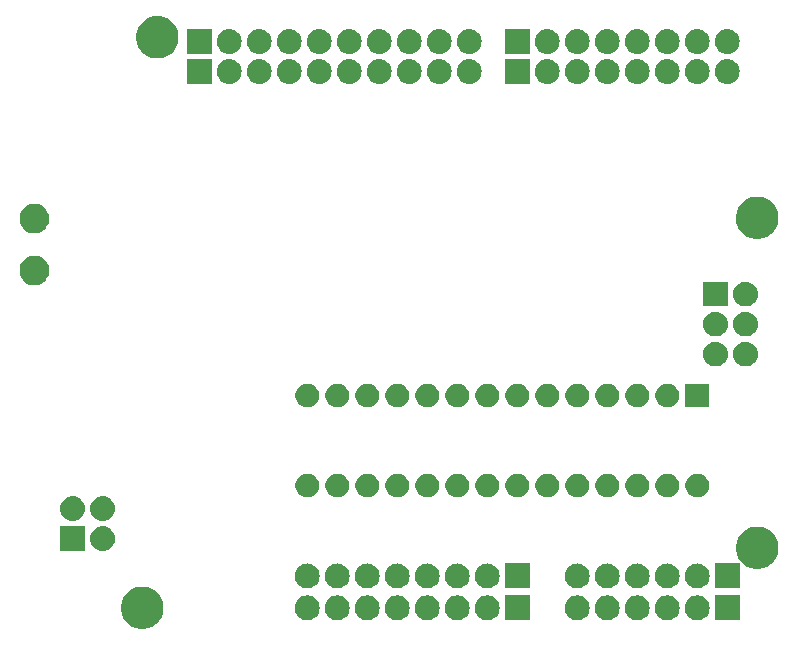
<source format=gbr>
G04 #@! TF.GenerationSoftware,KiCad,Pcbnew,(5.0.1)-4*
G04 #@! TF.CreationDate,2018-11-20T23:07:17-05:00*
G04 #@! TF.ProjectId,Custom Arduino,437573746F6D2041726475696E6F2E6B,rev?*
G04 #@! TF.SameCoordinates,Original*
G04 #@! TF.FileFunction,Soldermask,Bot*
G04 #@! TF.FilePolarity,Negative*
%FSLAX46Y46*%
G04 Gerber Fmt 4.6, Leading zero omitted, Abs format (unit mm)*
G04 Created by KiCad (PCBNEW (5.0.1)-4) date 2018-11-20 11:07:17 PM*
%MOMM*%
%LPD*%
G01*
G04 APERTURE LIST*
%ADD10C,0.100000*%
G04 APERTURE END LIST*
D10*
G36*
X114379122Y-109006115D02*
X114495041Y-109029173D01*
X114822620Y-109164861D01*
X115113511Y-109359228D01*
X115117436Y-109361851D01*
X115368149Y-109612564D01*
X115368151Y-109612567D01*
X115565139Y-109907380D01*
X115700827Y-110234959D01*
X115770000Y-110582716D01*
X115770000Y-110937284D01*
X115700827Y-111285041D01*
X115609280Y-111506054D01*
X115565140Y-111612618D01*
X115368149Y-111907436D01*
X115117436Y-112158149D01*
X115117433Y-112158151D01*
X114822620Y-112355139D01*
X114495041Y-112490827D01*
X114379122Y-112513885D01*
X114147286Y-112560000D01*
X113792714Y-112560000D01*
X113560878Y-112513885D01*
X113444959Y-112490827D01*
X113117380Y-112355139D01*
X112822567Y-112158151D01*
X112822564Y-112158149D01*
X112571851Y-111907436D01*
X112374860Y-111612618D01*
X112330720Y-111506054D01*
X112239173Y-111285041D01*
X112170000Y-110937284D01*
X112170000Y-110582716D01*
X112239173Y-110234959D01*
X112374861Y-109907380D01*
X112571849Y-109612567D01*
X112571851Y-109612564D01*
X112822564Y-109361851D01*
X112826489Y-109359228D01*
X113117380Y-109164861D01*
X113444959Y-109029173D01*
X113560878Y-109006115D01*
X113792714Y-108960000D01*
X114147286Y-108960000D01*
X114379122Y-109006115D01*
X114379122Y-109006115D01*
G37*
G36*
X146770000Y-111810000D02*
X144670000Y-111810000D01*
X144670000Y-109710000D01*
X146770000Y-109710000D01*
X146770000Y-111810000D01*
X146770000Y-111810000D01*
G37*
G36*
X150928707Y-109717597D02*
X151005836Y-109725193D01*
X151137787Y-109765220D01*
X151203763Y-109785233D01*
X151386172Y-109882733D01*
X151546054Y-110013946D01*
X151677267Y-110173828D01*
X151774767Y-110356237D01*
X151774767Y-110356238D01*
X151834807Y-110554164D01*
X151855080Y-110760000D01*
X151834807Y-110965836D01*
X151794780Y-111097787D01*
X151774767Y-111163763D01*
X151677267Y-111346172D01*
X151546054Y-111506054D01*
X151386172Y-111637267D01*
X151203763Y-111734767D01*
X151137787Y-111754780D01*
X151005836Y-111794807D01*
X150928707Y-111802404D01*
X150851580Y-111810000D01*
X150748420Y-111810000D01*
X150671293Y-111802404D01*
X150594164Y-111794807D01*
X150462213Y-111754780D01*
X150396237Y-111734767D01*
X150213828Y-111637267D01*
X150053946Y-111506054D01*
X149922733Y-111346172D01*
X149825233Y-111163763D01*
X149805220Y-111097787D01*
X149765193Y-110965836D01*
X149744920Y-110760000D01*
X149765193Y-110554164D01*
X149825233Y-110356238D01*
X149825233Y-110356237D01*
X149922733Y-110173828D01*
X150053946Y-110013946D01*
X150213828Y-109882733D01*
X150396237Y-109785233D01*
X150462213Y-109765220D01*
X150594164Y-109725193D01*
X150671293Y-109717597D01*
X150748420Y-109710000D01*
X150851580Y-109710000D01*
X150928707Y-109717597D01*
X150928707Y-109717597D01*
G37*
G36*
X153468707Y-109717597D02*
X153545836Y-109725193D01*
X153677787Y-109765220D01*
X153743763Y-109785233D01*
X153926172Y-109882733D01*
X154086054Y-110013946D01*
X154217267Y-110173828D01*
X154314767Y-110356237D01*
X154314767Y-110356238D01*
X154374807Y-110554164D01*
X154395080Y-110760000D01*
X154374807Y-110965836D01*
X154334780Y-111097787D01*
X154314767Y-111163763D01*
X154217267Y-111346172D01*
X154086054Y-111506054D01*
X153926172Y-111637267D01*
X153743763Y-111734767D01*
X153677787Y-111754780D01*
X153545836Y-111794807D01*
X153468707Y-111802404D01*
X153391580Y-111810000D01*
X153288420Y-111810000D01*
X153211293Y-111802404D01*
X153134164Y-111794807D01*
X153002213Y-111754780D01*
X152936237Y-111734767D01*
X152753828Y-111637267D01*
X152593946Y-111506054D01*
X152462733Y-111346172D01*
X152365233Y-111163763D01*
X152345220Y-111097787D01*
X152305193Y-110965836D01*
X152284920Y-110760000D01*
X152305193Y-110554164D01*
X152365233Y-110356238D01*
X152365233Y-110356237D01*
X152462733Y-110173828D01*
X152593946Y-110013946D01*
X152753828Y-109882733D01*
X152936237Y-109785233D01*
X153002213Y-109765220D01*
X153134164Y-109725193D01*
X153211293Y-109717597D01*
X153288420Y-109710000D01*
X153391580Y-109710000D01*
X153468707Y-109717597D01*
X153468707Y-109717597D01*
G37*
G36*
X156008707Y-109717597D02*
X156085836Y-109725193D01*
X156217787Y-109765220D01*
X156283763Y-109785233D01*
X156466172Y-109882733D01*
X156626054Y-110013946D01*
X156757267Y-110173828D01*
X156854767Y-110356237D01*
X156854767Y-110356238D01*
X156914807Y-110554164D01*
X156935080Y-110760000D01*
X156914807Y-110965836D01*
X156874780Y-111097787D01*
X156854767Y-111163763D01*
X156757267Y-111346172D01*
X156626054Y-111506054D01*
X156466172Y-111637267D01*
X156283763Y-111734767D01*
X156217787Y-111754780D01*
X156085836Y-111794807D01*
X156008707Y-111802404D01*
X155931580Y-111810000D01*
X155828420Y-111810000D01*
X155751293Y-111802404D01*
X155674164Y-111794807D01*
X155542213Y-111754780D01*
X155476237Y-111734767D01*
X155293828Y-111637267D01*
X155133946Y-111506054D01*
X155002733Y-111346172D01*
X154905233Y-111163763D01*
X154885220Y-111097787D01*
X154845193Y-110965836D01*
X154824920Y-110760000D01*
X154845193Y-110554164D01*
X154905233Y-110356238D01*
X154905233Y-110356237D01*
X155002733Y-110173828D01*
X155133946Y-110013946D01*
X155293828Y-109882733D01*
X155476237Y-109785233D01*
X155542213Y-109765220D01*
X155674164Y-109725193D01*
X155751293Y-109717597D01*
X155828420Y-109710000D01*
X155931580Y-109710000D01*
X156008707Y-109717597D01*
X156008707Y-109717597D01*
G37*
G36*
X158548707Y-109717597D02*
X158625836Y-109725193D01*
X158757787Y-109765220D01*
X158823763Y-109785233D01*
X159006172Y-109882733D01*
X159166054Y-110013946D01*
X159297267Y-110173828D01*
X159394767Y-110356237D01*
X159394767Y-110356238D01*
X159454807Y-110554164D01*
X159475080Y-110760000D01*
X159454807Y-110965836D01*
X159414780Y-111097787D01*
X159394767Y-111163763D01*
X159297267Y-111346172D01*
X159166054Y-111506054D01*
X159006172Y-111637267D01*
X158823763Y-111734767D01*
X158757787Y-111754780D01*
X158625836Y-111794807D01*
X158548707Y-111802404D01*
X158471580Y-111810000D01*
X158368420Y-111810000D01*
X158291293Y-111802404D01*
X158214164Y-111794807D01*
X158082213Y-111754780D01*
X158016237Y-111734767D01*
X157833828Y-111637267D01*
X157673946Y-111506054D01*
X157542733Y-111346172D01*
X157445233Y-111163763D01*
X157425220Y-111097787D01*
X157385193Y-110965836D01*
X157364920Y-110760000D01*
X157385193Y-110554164D01*
X157445233Y-110356238D01*
X157445233Y-110356237D01*
X157542733Y-110173828D01*
X157673946Y-110013946D01*
X157833828Y-109882733D01*
X158016237Y-109785233D01*
X158082213Y-109765220D01*
X158214164Y-109725193D01*
X158291293Y-109717597D01*
X158368420Y-109710000D01*
X158471580Y-109710000D01*
X158548707Y-109717597D01*
X158548707Y-109717597D01*
G37*
G36*
X161088707Y-109717597D02*
X161165836Y-109725193D01*
X161297787Y-109765220D01*
X161363763Y-109785233D01*
X161546172Y-109882733D01*
X161706054Y-110013946D01*
X161837267Y-110173828D01*
X161934767Y-110356237D01*
X161934767Y-110356238D01*
X161994807Y-110554164D01*
X162015080Y-110760000D01*
X161994807Y-110965836D01*
X161954780Y-111097787D01*
X161934767Y-111163763D01*
X161837267Y-111346172D01*
X161706054Y-111506054D01*
X161546172Y-111637267D01*
X161363763Y-111734767D01*
X161297787Y-111754780D01*
X161165836Y-111794807D01*
X161088707Y-111802404D01*
X161011580Y-111810000D01*
X160908420Y-111810000D01*
X160831293Y-111802404D01*
X160754164Y-111794807D01*
X160622213Y-111754780D01*
X160556237Y-111734767D01*
X160373828Y-111637267D01*
X160213946Y-111506054D01*
X160082733Y-111346172D01*
X159985233Y-111163763D01*
X159965220Y-111097787D01*
X159925193Y-110965836D01*
X159904920Y-110760000D01*
X159925193Y-110554164D01*
X159985233Y-110356238D01*
X159985233Y-110356237D01*
X160082733Y-110173828D01*
X160213946Y-110013946D01*
X160373828Y-109882733D01*
X160556237Y-109785233D01*
X160622213Y-109765220D01*
X160754164Y-109725193D01*
X160831293Y-109717597D01*
X160908420Y-109710000D01*
X161011580Y-109710000D01*
X161088707Y-109717597D01*
X161088707Y-109717597D01*
G37*
G36*
X164550000Y-111810000D02*
X162450000Y-111810000D01*
X162450000Y-109710000D01*
X164550000Y-109710000D01*
X164550000Y-111810000D01*
X164550000Y-111810000D01*
G37*
G36*
X128068707Y-109717597D02*
X128145836Y-109725193D01*
X128277787Y-109765220D01*
X128343763Y-109785233D01*
X128526172Y-109882733D01*
X128686054Y-110013946D01*
X128817267Y-110173828D01*
X128914767Y-110356237D01*
X128914767Y-110356238D01*
X128974807Y-110554164D01*
X128995080Y-110760000D01*
X128974807Y-110965836D01*
X128934780Y-111097787D01*
X128914767Y-111163763D01*
X128817267Y-111346172D01*
X128686054Y-111506054D01*
X128526172Y-111637267D01*
X128343763Y-111734767D01*
X128277787Y-111754780D01*
X128145836Y-111794807D01*
X128068707Y-111802404D01*
X127991580Y-111810000D01*
X127888420Y-111810000D01*
X127811293Y-111802404D01*
X127734164Y-111794807D01*
X127602213Y-111754780D01*
X127536237Y-111734767D01*
X127353828Y-111637267D01*
X127193946Y-111506054D01*
X127062733Y-111346172D01*
X126965233Y-111163763D01*
X126945220Y-111097787D01*
X126905193Y-110965836D01*
X126884920Y-110760000D01*
X126905193Y-110554164D01*
X126965233Y-110356238D01*
X126965233Y-110356237D01*
X127062733Y-110173828D01*
X127193946Y-110013946D01*
X127353828Y-109882733D01*
X127536237Y-109785233D01*
X127602213Y-109765220D01*
X127734164Y-109725193D01*
X127811293Y-109717597D01*
X127888420Y-109710000D01*
X127991580Y-109710000D01*
X128068707Y-109717597D01*
X128068707Y-109717597D01*
G37*
G36*
X130608707Y-109717597D02*
X130685836Y-109725193D01*
X130817787Y-109765220D01*
X130883763Y-109785233D01*
X131066172Y-109882733D01*
X131226054Y-110013946D01*
X131357267Y-110173828D01*
X131454767Y-110356237D01*
X131454767Y-110356238D01*
X131514807Y-110554164D01*
X131535080Y-110760000D01*
X131514807Y-110965836D01*
X131474780Y-111097787D01*
X131454767Y-111163763D01*
X131357267Y-111346172D01*
X131226054Y-111506054D01*
X131066172Y-111637267D01*
X130883763Y-111734767D01*
X130817787Y-111754780D01*
X130685836Y-111794807D01*
X130608707Y-111802404D01*
X130531580Y-111810000D01*
X130428420Y-111810000D01*
X130351293Y-111802404D01*
X130274164Y-111794807D01*
X130142213Y-111754780D01*
X130076237Y-111734767D01*
X129893828Y-111637267D01*
X129733946Y-111506054D01*
X129602733Y-111346172D01*
X129505233Y-111163763D01*
X129485220Y-111097787D01*
X129445193Y-110965836D01*
X129424920Y-110760000D01*
X129445193Y-110554164D01*
X129505233Y-110356238D01*
X129505233Y-110356237D01*
X129602733Y-110173828D01*
X129733946Y-110013946D01*
X129893828Y-109882733D01*
X130076237Y-109785233D01*
X130142213Y-109765220D01*
X130274164Y-109725193D01*
X130351293Y-109717597D01*
X130428420Y-109710000D01*
X130531580Y-109710000D01*
X130608707Y-109717597D01*
X130608707Y-109717597D01*
G37*
G36*
X133148707Y-109717597D02*
X133225836Y-109725193D01*
X133357787Y-109765220D01*
X133423763Y-109785233D01*
X133606172Y-109882733D01*
X133766054Y-110013946D01*
X133897267Y-110173828D01*
X133994767Y-110356237D01*
X133994767Y-110356238D01*
X134054807Y-110554164D01*
X134075080Y-110760000D01*
X134054807Y-110965836D01*
X134014780Y-111097787D01*
X133994767Y-111163763D01*
X133897267Y-111346172D01*
X133766054Y-111506054D01*
X133606172Y-111637267D01*
X133423763Y-111734767D01*
X133357787Y-111754780D01*
X133225836Y-111794807D01*
X133148707Y-111802404D01*
X133071580Y-111810000D01*
X132968420Y-111810000D01*
X132891293Y-111802404D01*
X132814164Y-111794807D01*
X132682213Y-111754780D01*
X132616237Y-111734767D01*
X132433828Y-111637267D01*
X132273946Y-111506054D01*
X132142733Y-111346172D01*
X132045233Y-111163763D01*
X132025220Y-111097787D01*
X131985193Y-110965836D01*
X131964920Y-110760000D01*
X131985193Y-110554164D01*
X132045233Y-110356238D01*
X132045233Y-110356237D01*
X132142733Y-110173828D01*
X132273946Y-110013946D01*
X132433828Y-109882733D01*
X132616237Y-109785233D01*
X132682213Y-109765220D01*
X132814164Y-109725193D01*
X132891293Y-109717597D01*
X132968420Y-109710000D01*
X133071580Y-109710000D01*
X133148707Y-109717597D01*
X133148707Y-109717597D01*
G37*
G36*
X135688707Y-109717597D02*
X135765836Y-109725193D01*
X135897787Y-109765220D01*
X135963763Y-109785233D01*
X136146172Y-109882733D01*
X136306054Y-110013946D01*
X136437267Y-110173828D01*
X136534767Y-110356237D01*
X136534767Y-110356238D01*
X136594807Y-110554164D01*
X136615080Y-110760000D01*
X136594807Y-110965836D01*
X136554780Y-111097787D01*
X136534767Y-111163763D01*
X136437267Y-111346172D01*
X136306054Y-111506054D01*
X136146172Y-111637267D01*
X135963763Y-111734767D01*
X135897787Y-111754780D01*
X135765836Y-111794807D01*
X135688707Y-111802404D01*
X135611580Y-111810000D01*
X135508420Y-111810000D01*
X135431293Y-111802404D01*
X135354164Y-111794807D01*
X135222213Y-111754780D01*
X135156237Y-111734767D01*
X134973828Y-111637267D01*
X134813946Y-111506054D01*
X134682733Y-111346172D01*
X134585233Y-111163763D01*
X134565220Y-111097787D01*
X134525193Y-110965836D01*
X134504920Y-110760000D01*
X134525193Y-110554164D01*
X134585233Y-110356238D01*
X134585233Y-110356237D01*
X134682733Y-110173828D01*
X134813946Y-110013946D01*
X134973828Y-109882733D01*
X135156237Y-109785233D01*
X135222213Y-109765220D01*
X135354164Y-109725193D01*
X135431293Y-109717597D01*
X135508420Y-109710000D01*
X135611580Y-109710000D01*
X135688707Y-109717597D01*
X135688707Y-109717597D01*
G37*
G36*
X138228707Y-109717597D02*
X138305836Y-109725193D01*
X138437787Y-109765220D01*
X138503763Y-109785233D01*
X138686172Y-109882733D01*
X138846054Y-110013946D01*
X138977267Y-110173828D01*
X139074767Y-110356237D01*
X139074767Y-110356238D01*
X139134807Y-110554164D01*
X139155080Y-110760000D01*
X139134807Y-110965836D01*
X139094780Y-111097787D01*
X139074767Y-111163763D01*
X138977267Y-111346172D01*
X138846054Y-111506054D01*
X138686172Y-111637267D01*
X138503763Y-111734767D01*
X138437787Y-111754780D01*
X138305836Y-111794807D01*
X138228707Y-111802404D01*
X138151580Y-111810000D01*
X138048420Y-111810000D01*
X137971293Y-111802404D01*
X137894164Y-111794807D01*
X137762213Y-111754780D01*
X137696237Y-111734767D01*
X137513828Y-111637267D01*
X137353946Y-111506054D01*
X137222733Y-111346172D01*
X137125233Y-111163763D01*
X137105220Y-111097787D01*
X137065193Y-110965836D01*
X137044920Y-110760000D01*
X137065193Y-110554164D01*
X137125233Y-110356238D01*
X137125233Y-110356237D01*
X137222733Y-110173828D01*
X137353946Y-110013946D01*
X137513828Y-109882733D01*
X137696237Y-109785233D01*
X137762213Y-109765220D01*
X137894164Y-109725193D01*
X137971293Y-109717597D01*
X138048420Y-109710000D01*
X138151580Y-109710000D01*
X138228707Y-109717597D01*
X138228707Y-109717597D01*
G37*
G36*
X140768707Y-109717597D02*
X140845836Y-109725193D01*
X140977787Y-109765220D01*
X141043763Y-109785233D01*
X141226172Y-109882733D01*
X141386054Y-110013946D01*
X141517267Y-110173828D01*
X141614767Y-110356237D01*
X141614767Y-110356238D01*
X141674807Y-110554164D01*
X141695080Y-110760000D01*
X141674807Y-110965836D01*
X141634780Y-111097787D01*
X141614767Y-111163763D01*
X141517267Y-111346172D01*
X141386054Y-111506054D01*
X141226172Y-111637267D01*
X141043763Y-111734767D01*
X140977787Y-111754780D01*
X140845836Y-111794807D01*
X140768707Y-111802404D01*
X140691580Y-111810000D01*
X140588420Y-111810000D01*
X140511293Y-111802404D01*
X140434164Y-111794807D01*
X140302213Y-111754780D01*
X140236237Y-111734767D01*
X140053828Y-111637267D01*
X139893946Y-111506054D01*
X139762733Y-111346172D01*
X139665233Y-111163763D01*
X139645220Y-111097787D01*
X139605193Y-110965836D01*
X139584920Y-110760000D01*
X139605193Y-110554164D01*
X139665233Y-110356238D01*
X139665233Y-110356237D01*
X139762733Y-110173828D01*
X139893946Y-110013946D01*
X140053828Y-109882733D01*
X140236237Y-109785233D01*
X140302213Y-109765220D01*
X140434164Y-109725193D01*
X140511293Y-109717597D01*
X140588420Y-109710000D01*
X140691580Y-109710000D01*
X140768707Y-109717597D01*
X140768707Y-109717597D01*
G37*
G36*
X143308707Y-109717597D02*
X143385836Y-109725193D01*
X143517787Y-109765220D01*
X143583763Y-109785233D01*
X143766172Y-109882733D01*
X143926054Y-110013946D01*
X144057267Y-110173828D01*
X144154767Y-110356237D01*
X144154767Y-110356238D01*
X144214807Y-110554164D01*
X144235080Y-110760000D01*
X144214807Y-110965836D01*
X144174780Y-111097787D01*
X144154767Y-111163763D01*
X144057267Y-111346172D01*
X143926054Y-111506054D01*
X143766172Y-111637267D01*
X143583763Y-111734767D01*
X143517787Y-111754780D01*
X143385836Y-111794807D01*
X143308707Y-111802404D01*
X143231580Y-111810000D01*
X143128420Y-111810000D01*
X143051293Y-111802404D01*
X142974164Y-111794807D01*
X142842213Y-111754780D01*
X142776237Y-111734767D01*
X142593828Y-111637267D01*
X142433946Y-111506054D01*
X142302733Y-111346172D01*
X142205233Y-111163763D01*
X142185220Y-111097787D01*
X142145193Y-110965836D01*
X142124920Y-110760000D01*
X142145193Y-110554164D01*
X142205233Y-110356238D01*
X142205233Y-110356237D01*
X142302733Y-110173828D01*
X142433946Y-110013946D01*
X142593828Y-109882733D01*
X142776237Y-109785233D01*
X142842213Y-109765220D01*
X142974164Y-109725193D01*
X143051293Y-109717597D01*
X143128420Y-109710000D01*
X143231580Y-109710000D01*
X143308707Y-109717597D01*
X143308707Y-109717597D01*
G37*
G36*
X150928707Y-107017597D02*
X151005836Y-107025193D01*
X151137787Y-107065220D01*
X151203763Y-107085233D01*
X151386172Y-107182733D01*
X151546054Y-107313946D01*
X151677267Y-107473828D01*
X151774767Y-107656237D01*
X151774767Y-107656238D01*
X151834807Y-107854164D01*
X151855080Y-108060000D01*
X151834807Y-108265836D01*
X151794780Y-108397787D01*
X151774767Y-108463763D01*
X151677267Y-108646172D01*
X151546054Y-108806054D01*
X151386172Y-108937267D01*
X151203763Y-109034767D01*
X151137787Y-109054780D01*
X151005836Y-109094807D01*
X150928707Y-109102403D01*
X150851580Y-109110000D01*
X150748420Y-109110000D01*
X150671293Y-109102403D01*
X150594164Y-109094807D01*
X150462213Y-109054780D01*
X150396237Y-109034767D01*
X150213828Y-108937267D01*
X150053946Y-108806054D01*
X149922733Y-108646172D01*
X149825233Y-108463763D01*
X149805220Y-108397787D01*
X149765193Y-108265836D01*
X149744920Y-108060000D01*
X149765193Y-107854164D01*
X149825233Y-107656238D01*
X149825233Y-107656237D01*
X149922733Y-107473828D01*
X150053946Y-107313946D01*
X150213828Y-107182733D01*
X150396237Y-107085233D01*
X150462213Y-107065220D01*
X150594164Y-107025193D01*
X150671293Y-107017597D01*
X150748420Y-107010000D01*
X150851580Y-107010000D01*
X150928707Y-107017597D01*
X150928707Y-107017597D01*
G37*
G36*
X156008707Y-107017597D02*
X156085836Y-107025193D01*
X156217787Y-107065220D01*
X156283763Y-107085233D01*
X156466172Y-107182733D01*
X156626054Y-107313946D01*
X156757267Y-107473828D01*
X156854767Y-107656237D01*
X156854767Y-107656238D01*
X156914807Y-107854164D01*
X156935080Y-108060000D01*
X156914807Y-108265836D01*
X156874780Y-108397787D01*
X156854767Y-108463763D01*
X156757267Y-108646172D01*
X156626054Y-108806054D01*
X156466172Y-108937267D01*
X156283763Y-109034767D01*
X156217787Y-109054780D01*
X156085836Y-109094807D01*
X156008707Y-109102403D01*
X155931580Y-109110000D01*
X155828420Y-109110000D01*
X155751293Y-109102403D01*
X155674164Y-109094807D01*
X155542213Y-109054780D01*
X155476237Y-109034767D01*
X155293828Y-108937267D01*
X155133946Y-108806054D01*
X155002733Y-108646172D01*
X154905233Y-108463763D01*
X154885220Y-108397787D01*
X154845193Y-108265836D01*
X154824920Y-108060000D01*
X154845193Y-107854164D01*
X154905233Y-107656238D01*
X154905233Y-107656237D01*
X155002733Y-107473828D01*
X155133946Y-107313946D01*
X155293828Y-107182733D01*
X155476237Y-107085233D01*
X155542213Y-107065220D01*
X155674164Y-107025193D01*
X155751293Y-107017597D01*
X155828420Y-107010000D01*
X155931580Y-107010000D01*
X156008707Y-107017597D01*
X156008707Y-107017597D01*
G37*
G36*
X153468707Y-107017597D02*
X153545836Y-107025193D01*
X153677787Y-107065220D01*
X153743763Y-107085233D01*
X153926172Y-107182733D01*
X154086054Y-107313946D01*
X154217267Y-107473828D01*
X154314767Y-107656237D01*
X154314767Y-107656238D01*
X154374807Y-107854164D01*
X154395080Y-108060000D01*
X154374807Y-108265836D01*
X154334780Y-108397787D01*
X154314767Y-108463763D01*
X154217267Y-108646172D01*
X154086054Y-108806054D01*
X153926172Y-108937267D01*
X153743763Y-109034767D01*
X153677787Y-109054780D01*
X153545836Y-109094807D01*
X153468707Y-109102403D01*
X153391580Y-109110000D01*
X153288420Y-109110000D01*
X153211293Y-109102403D01*
X153134164Y-109094807D01*
X153002213Y-109054780D01*
X152936237Y-109034767D01*
X152753828Y-108937267D01*
X152593946Y-108806054D01*
X152462733Y-108646172D01*
X152365233Y-108463763D01*
X152345220Y-108397787D01*
X152305193Y-108265836D01*
X152284920Y-108060000D01*
X152305193Y-107854164D01*
X152365233Y-107656238D01*
X152365233Y-107656237D01*
X152462733Y-107473828D01*
X152593946Y-107313946D01*
X152753828Y-107182733D01*
X152936237Y-107085233D01*
X153002213Y-107065220D01*
X153134164Y-107025193D01*
X153211293Y-107017597D01*
X153288420Y-107010000D01*
X153391580Y-107010000D01*
X153468707Y-107017597D01*
X153468707Y-107017597D01*
G37*
G36*
X146770000Y-109110000D02*
X144670000Y-109110000D01*
X144670000Y-107010000D01*
X146770000Y-107010000D01*
X146770000Y-109110000D01*
X146770000Y-109110000D01*
G37*
G36*
X143308707Y-107017597D02*
X143385836Y-107025193D01*
X143517787Y-107065220D01*
X143583763Y-107085233D01*
X143766172Y-107182733D01*
X143926054Y-107313946D01*
X144057267Y-107473828D01*
X144154767Y-107656237D01*
X144154767Y-107656238D01*
X144214807Y-107854164D01*
X144235080Y-108060000D01*
X144214807Y-108265836D01*
X144174780Y-108397787D01*
X144154767Y-108463763D01*
X144057267Y-108646172D01*
X143926054Y-108806054D01*
X143766172Y-108937267D01*
X143583763Y-109034767D01*
X143517787Y-109054780D01*
X143385836Y-109094807D01*
X143308707Y-109102403D01*
X143231580Y-109110000D01*
X143128420Y-109110000D01*
X143051293Y-109102403D01*
X142974164Y-109094807D01*
X142842213Y-109054780D01*
X142776237Y-109034767D01*
X142593828Y-108937267D01*
X142433946Y-108806054D01*
X142302733Y-108646172D01*
X142205233Y-108463763D01*
X142185220Y-108397787D01*
X142145193Y-108265836D01*
X142124920Y-108060000D01*
X142145193Y-107854164D01*
X142205233Y-107656238D01*
X142205233Y-107656237D01*
X142302733Y-107473828D01*
X142433946Y-107313946D01*
X142593828Y-107182733D01*
X142776237Y-107085233D01*
X142842213Y-107065220D01*
X142974164Y-107025193D01*
X143051293Y-107017597D01*
X143128420Y-107010000D01*
X143231580Y-107010000D01*
X143308707Y-107017597D01*
X143308707Y-107017597D01*
G37*
G36*
X140768707Y-107017597D02*
X140845836Y-107025193D01*
X140977787Y-107065220D01*
X141043763Y-107085233D01*
X141226172Y-107182733D01*
X141386054Y-107313946D01*
X141517267Y-107473828D01*
X141614767Y-107656237D01*
X141614767Y-107656238D01*
X141674807Y-107854164D01*
X141695080Y-108060000D01*
X141674807Y-108265836D01*
X141634780Y-108397787D01*
X141614767Y-108463763D01*
X141517267Y-108646172D01*
X141386054Y-108806054D01*
X141226172Y-108937267D01*
X141043763Y-109034767D01*
X140977787Y-109054780D01*
X140845836Y-109094807D01*
X140768707Y-109102403D01*
X140691580Y-109110000D01*
X140588420Y-109110000D01*
X140511293Y-109102403D01*
X140434164Y-109094807D01*
X140302213Y-109054780D01*
X140236237Y-109034767D01*
X140053828Y-108937267D01*
X139893946Y-108806054D01*
X139762733Y-108646172D01*
X139665233Y-108463763D01*
X139645220Y-108397787D01*
X139605193Y-108265836D01*
X139584920Y-108060000D01*
X139605193Y-107854164D01*
X139665233Y-107656238D01*
X139665233Y-107656237D01*
X139762733Y-107473828D01*
X139893946Y-107313946D01*
X140053828Y-107182733D01*
X140236237Y-107085233D01*
X140302213Y-107065220D01*
X140434164Y-107025193D01*
X140511293Y-107017597D01*
X140588420Y-107010000D01*
X140691580Y-107010000D01*
X140768707Y-107017597D01*
X140768707Y-107017597D01*
G37*
G36*
X138228707Y-107017597D02*
X138305836Y-107025193D01*
X138437787Y-107065220D01*
X138503763Y-107085233D01*
X138686172Y-107182733D01*
X138846054Y-107313946D01*
X138977267Y-107473828D01*
X139074767Y-107656237D01*
X139074767Y-107656238D01*
X139134807Y-107854164D01*
X139155080Y-108060000D01*
X139134807Y-108265836D01*
X139094780Y-108397787D01*
X139074767Y-108463763D01*
X138977267Y-108646172D01*
X138846054Y-108806054D01*
X138686172Y-108937267D01*
X138503763Y-109034767D01*
X138437787Y-109054780D01*
X138305836Y-109094807D01*
X138228707Y-109102403D01*
X138151580Y-109110000D01*
X138048420Y-109110000D01*
X137971293Y-109102403D01*
X137894164Y-109094807D01*
X137762213Y-109054780D01*
X137696237Y-109034767D01*
X137513828Y-108937267D01*
X137353946Y-108806054D01*
X137222733Y-108646172D01*
X137125233Y-108463763D01*
X137105220Y-108397787D01*
X137065193Y-108265836D01*
X137044920Y-108060000D01*
X137065193Y-107854164D01*
X137125233Y-107656238D01*
X137125233Y-107656237D01*
X137222733Y-107473828D01*
X137353946Y-107313946D01*
X137513828Y-107182733D01*
X137696237Y-107085233D01*
X137762213Y-107065220D01*
X137894164Y-107025193D01*
X137971293Y-107017597D01*
X138048420Y-107010000D01*
X138151580Y-107010000D01*
X138228707Y-107017597D01*
X138228707Y-107017597D01*
G37*
G36*
X133148707Y-107017597D02*
X133225836Y-107025193D01*
X133357787Y-107065220D01*
X133423763Y-107085233D01*
X133606172Y-107182733D01*
X133766054Y-107313946D01*
X133897267Y-107473828D01*
X133994767Y-107656237D01*
X133994767Y-107656238D01*
X134054807Y-107854164D01*
X134075080Y-108060000D01*
X134054807Y-108265836D01*
X134014780Y-108397787D01*
X133994767Y-108463763D01*
X133897267Y-108646172D01*
X133766054Y-108806054D01*
X133606172Y-108937267D01*
X133423763Y-109034767D01*
X133357787Y-109054780D01*
X133225836Y-109094807D01*
X133148707Y-109102403D01*
X133071580Y-109110000D01*
X132968420Y-109110000D01*
X132891293Y-109102403D01*
X132814164Y-109094807D01*
X132682213Y-109054780D01*
X132616237Y-109034767D01*
X132433828Y-108937267D01*
X132273946Y-108806054D01*
X132142733Y-108646172D01*
X132045233Y-108463763D01*
X132025220Y-108397787D01*
X131985193Y-108265836D01*
X131964920Y-108060000D01*
X131985193Y-107854164D01*
X132045233Y-107656238D01*
X132045233Y-107656237D01*
X132142733Y-107473828D01*
X132273946Y-107313946D01*
X132433828Y-107182733D01*
X132616237Y-107085233D01*
X132682213Y-107065220D01*
X132814164Y-107025193D01*
X132891293Y-107017597D01*
X132968420Y-107010000D01*
X133071580Y-107010000D01*
X133148707Y-107017597D01*
X133148707Y-107017597D01*
G37*
G36*
X130608707Y-107017597D02*
X130685836Y-107025193D01*
X130817787Y-107065220D01*
X130883763Y-107085233D01*
X131066172Y-107182733D01*
X131226054Y-107313946D01*
X131357267Y-107473828D01*
X131454767Y-107656237D01*
X131454767Y-107656238D01*
X131514807Y-107854164D01*
X131535080Y-108060000D01*
X131514807Y-108265836D01*
X131474780Y-108397787D01*
X131454767Y-108463763D01*
X131357267Y-108646172D01*
X131226054Y-108806054D01*
X131066172Y-108937267D01*
X130883763Y-109034767D01*
X130817787Y-109054780D01*
X130685836Y-109094807D01*
X130608707Y-109102403D01*
X130531580Y-109110000D01*
X130428420Y-109110000D01*
X130351293Y-109102403D01*
X130274164Y-109094807D01*
X130142213Y-109054780D01*
X130076237Y-109034767D01*
X129893828Y-108937267D01*
X129733946Y-108806054D01*
X129602733Y-108646172D01*
X129505233Y-108463763D01*
X129485220Y-108397787D01*
X129445193Y-108265836D01*
X129424920Y-108060000D01*
X129445193Y-107854164D01*
X129505233Y-107656238D01*
X129505233Y-107656237D01*
X129602733Y-107473828D01*
X129733946Y-107313946D01*
X129893828Y-107182733D01*
X130076237Y-107085233D01*
X130142213Y-107065220D01*
X130274164Y-107025193D01*
X130351293Y-107017597D01*
X130428420Y-107010000D01*
X130531580Y-107010000D01*
X130608707Y-107017597D01*
X130608707Y-107017597D01*
G37*
G36*
X158548707Y-107017597D02*
X158625836Y-107025193D01*
X158757787Y-107065220D01*
X158823763Y-107085233D01*
X159006172Y-107182733D01*
X159166054Y-107313946D01*
X159297267Y-107473828D01*
X159394767Y-107656237D01*
X159394767Y-107656238D01*
X159454807Y-107854164D01*
X159475080Y-108060000D01*
X159454807Y-108265836D01*
X159414780Y-108397787D01*
X159394767Y-108463763D01*
X159297267Y-108646172D01*
X159166054Y-108806054D01*
X159006172Y-108937267D01*
X158823763Y-109034767D01*
X158757787Y-109054780D01*
X158625836Y-109094807D01*
X158548707Y-109102403D01*
X158471580Y-109110000D01*
X158368420Y-109110000D01*
X158291293Y-109102403D01*
X158214164Y-109094807D01*
X158082213Y-109054780D01*
X158016237Y-109034767D01*
X157833828Y-108937267D01*
X157673946Y-108806054D01*
X157542733Y-108646172D01*
X157445233Y-108463763D01*
X157425220Y-108397787D01*
X157385193Y-108265836D01*
X157364920Y-108060000D01*
X157385193Y-107854164D01*
X157445233Y-107656238D01*
X157445233Y-107656237D01*
X157542733Y-107473828D01*
X157673946Y-107313946D01*
X157833828Y-107182733D01*
X158016237Y-107085233D01*
X158082213Y-107065220D01*
X158214164Y-107025193D01*
X158291293Y-107017597D01*
X158368420Y-107010000D01*
X158471580Y-107010000D01*
X158548707Y-107017597D01*
X158548707Y-107017597D01*
G37*
G36*
X161088707Y-107017597D02*
X161165836Y-107025193D01*
X161297787Y-107065220D01*
X161363763Y-107085233D01*
X161546172Y-107182733D01*
X161706054Y-107313946D01*
X161837267Y-107473828D01*
X161934767Y-107656237D01*
X161934767Y-107656238D01*
X161994807Y-107854164D01*
X162015080Y-108060000D01*
X161994807Y-108265836D01*
X161954780Y-108397787D01*
X161934767Y-108463763D01*
X161837267Y-108646172D01*
X161706054Y-108806054D01*
X161546172Y-108937267D01*
X161363763Y-109034767D01*
X161297787Y-109054780D01*
X161165836Y-109094807D01*
X161088707Y-109102403D01*
X161011580Y-109110000D01*
X160908420Y-109110000D01*
X160831293Y-109102403D01*
X160754164Y-109094807D01*
X160622213Y-109054780D01*
X160556237Y-109034767D01*
X160373828Y-108937267D01*
X160213946Y-108806054D01*
X160082733Y-108646172D01*
X159985233Y-108463763D01*
X159965220Y-108397787D01*
X159925193Y-108265836D01*
X159904920Y-108060000D01*
X159925193Y-107854164D01*
X159985233Y-107656238D01*
X159985233Y-107656237D01*
X160082733Y-107473828D01*
X160213946Y-107313946D01*
X160373828Y-107182733D01*
X160556237Y-107085233D01*
X160622213Y-107065220D01*
X160754164Y-107025193D01*
X160831293Y-107017597D01*
X160908420Y-107010000D01*
X161011580Y-107010000D01*
X161088707Y-107017597D01*
X161088707Y-107017597D01*
G37*
G36*
X164552402Y-107012975D02*
X164550000Y-107037361D01*
X164550000Y-109110000D01*
X162450000Y-109110000D01*
X162450000Y-107010000D01*
X164529978Y-107010000D01*
X164554023Y-107007632D01*
X164552402Y-107012975D01*
X164552402Y-107012975D01*
G37*
G36*
X128068707Y-107017597D02*
X128145836Y-107025193D01*
X128277787Y-107065220D01*
X128343763Y-107085233D01*
X128526172Y-107182733D01*
X128686054Y-107313946D01*
X128817267Y-107473828D01*
X128914767Y-107656237D01*
X128914767Y-107656238D01*
X128974807Y-107854164D01*
X128995080Y-108060000D01*
X128974807Y-108265836D01*
X128934780Y-108397787D01*
X128914767Y-108463763D01*
X128817267Y-108646172D01*
X128686054Y-108806054D01*
X128526172Y-108937267D01*
X128343763Y-109034767D01*
X128277787Y-109054780D01*
X128145836Y-109094807D01*
X128068707Y-109102403D01*
X127991580Y-109110000D01*
X127888420Y-109110000D01*
X127811293Y-109102403D01*
X127734164Y-109094807D01*
X127602213Y-109054780D01*
X127536237Y-109034767D01*
X127353828Y-108937267D01*
X127193946Y-108806054D01*
X127062733Y-108646172D01*
X126965233Y-108463763D01*
X126945220Y-108397787D01*
X126905193Y-108265836D01*
X126884920Y-108060000D01*
X126905193Y-107854164D01*
X126965233Y-107656238D01*
X126965233Y-107656237D01*
X127062733Y-107473828D01*
X127193946Y-107313946D01*
X127353828Y-107182733D01*
X127536237Y-107085233D01*
X127602213Y-107065220D01*
X127734164Y-107025193D01*
X127811293Y-107017597D01*
X127888420Y-107010000D01*
X127991580Y-107010000D01*
X128068707Y-107017597D01*
X128068707Y-107017597D01*
G37*
G36*
X135688707Y-107017597D02*
X135765836Y-107025193D01*
X135897787Y-107065220D01*
X135963763Y-107085233D01*
X136146172Y-107182733D01*
X136306054Y-107313946D01*
X136437267Y-107473828D01*
X136534767Y-107656237D01*
X136534767Y-107656238D01*
X136594807Y-107854164D01*
X136615080Y-108060000D01*
X136594807Y-108265836D01*
X136554780Y-108397787D01*
X136534767Y-108463763D01*
X136437267Y-108646172D01*
X136306054Y-108806054D01*
X136146172Y-108937267D01*
X135963763Y-109034767D01*
X135897787Y-109054780D01*
X135765836Y-109094807D01*
X135688707Y-109102403D01*
X135611580Y-109110000D01*
X135508420Y-109110000D01*
X135431293Y-109102403D01*
X135354164Y-109094807D01*
X135222213Y-109054780D01*
X135156237Y-109034767D01*
X134973828Y-108937267D01*
X134813946Y-108806054D01*
X134682733Y-108646172D01*
X134585233Y-108463763D01*
X134565220Y-108397787D01*
X134525193Y-108265836D01*
X134504920Y-108060000D01*
X134525193Y-107854164D01*
X134585233Y-107656238D01*
X134585233Y-107656237D01*
X134682733Y-107473828D01*
X134813946Y-107313946D01*
X134973828Y-107182733D01*
X135156237Y-107085233D01*
X135222213Y-107065220D01*
X135354164Y-107025193D01*
X135431293Y-107017597D01*
X135508420Y-107010000D01*
X135611580Y-107010000D01*
X135688707Y-107017597D01*
X135688707Y-107017597D01*
G37*
G36*
X166449122Y-103926115D02*
X166565041Y-103949173D01*
X166892620Y-104084861D01*
X166999006Y-104155946D01*
X167187436Y-104281851D01*
X167438149Y-104532564D01*
X167635140Y-104827382D01*
X167770827Y-105154960D01*
X167840000Y-105502714D01*
X167840000Y-105857286D01*
X167770827Y-106205040D01*
X167635140Y-106532618D01*
X167438149Y-106827436D01*
X167187436Y-107078149D01*
X167187433Y-107078151D01*
X166892620Y-107275139D01*
X166565041Y-107410827D01*
X166449122Y-107433885D01*
X166217286Y-107480000D01*
X165862714Y-107480000D01*
X165630878Y-107433885D01*
X165514959Y-107410827D01*
X165187380Y-107275139D01*
X164892567Y-107078151D01*
X164892564Y-107078149D01*
X164763388Y-106948973D01*
X164744446Y-106933427D01*
X164722835Y-106921876D01*
X164699386Y-106914763D01*
X164675000Y-106912361D01*
X164650955Y-106914729D01*
X164652576Y-106909386D01*
X164654978Y-106885000D01*
X164652576Y-106860614D01*
X164645463Y-106837165D01*
X164633912Y-106815554D01*
X164444860Y-106532618D01*
X164309173Y-106205040D01*
X164240000Y-105857286D01*
X164240000Y-105502714D01*
X164309173Y-105154960D01*
X164444860Y-104827382D01*
X164641851Y-104532564D01*
X164892564Y-104281851D01*
X165080994Y-104155946D01*
X165187380Y-104084861D01*
X165514959Y-103949173D01*
X165630878Y-103926115D01*
X165862714Y-103880000D01*
X166217286Y-103880000D01*
X166449122Y-103926115D01*
X166449122Y-103926115D01*
G37*
G36*
X109127000Y-105952000D02*
X107027000Y-105952000D01*
X107027000Y-103852000D01*
X109127000Y-103852000D01*
X109127000Y-105952000D01*
X109127000Y-105952000D01*
G37*
G36*
X110745707Y-103859596D02*
X110822836Y-103867193D01*
X110954787Y-103907220D01*
X111020763Y-103927233D01*
X111203172Y-104024733D01*
X111363054Y-104155946D01*
X111494267Y-104315828D01*
X111591767Y-104498237D01*
X111591767Y-104498238D01*
X111651807Y-104696164D01*
X111672080Y-104902000D01*
X111651807Y-105107836D01*
X111637512Y-105154959D01*
X111591767Y-105305763D01*
X111494267Y-105488172D01*
X111363054Y-105648054D01*
X111203172Y-105779267D01*
X111020763Y-105876767D01*
X110954787Y-105896780D01*
X110822836Y-105936807D01*
X110745707Y-105944403D01*
X110668580Y-105952000D01*
X110565420Y-105952000D01*
X110488293Y-105944403D01*
X110411164Y-105936807D01*
X110279213Y-105896780D01*
X110213237Y-105876767D01*
X110030828Y-105779267D01*
X109870946Y-105648054D01*
X109739733Y-105488172D01*
X109642233Y-105305763D01*
X109596488Y-105154959D01*
X109582193Y-105107836D01*
X109561920Y-104902000D01*
X109582193Y-104696164D01*
X109642233Y-104498238D01*
X109642233Y-104498237D01*
X109739733Y-104315828D01*
X109870946Y-104155946D01*
X110030828Y-104024733D01*
X110213237Y-103927233D01*
X110279213Y-103907220D01*
X110411164Y-103867193D01*
X110488293Y-103859596D01*
X110565420Y-103852000D01*
X110668580Y-103852000D01*
X110745707Y-103859596D01*
X110745707Y-103859596D01*
G37*
G36*
X108205707Y-101319597D02*
X108282836Y-101327193D01*
X108414787Y-101367220D01*
X108480763Y-101387233D01*
X108663172Y-101484733D01*
X108823054Y-101615946D01*
X108954267Y-101775828D01*
X109051767Y-101958237D01*
X109051767Y-101958238D01*
X109111807Y-102156164D01*
X109132080Y-102362000D01*
X109111807Y-102567836D01*
X109071780Y-102699787D01*
X109051767Y-102765763D01*
X108954267Y-102948172D01*
X108823054Y-103108054D01*
X108663172Y-103239267D01*
X108480763Y-103336767D01*
X108414787Y-103356780D01*
X108282836Y-103396807D01*
X108205707Y-103404403D01*
X108128580Y-103412000D01*
X108025420Y-103412000D01*
X107948293Y-103404404D01*
X107871164Y-103396807D01*
X107739213Y-103356780D01*
X107673237Y-103336767D01*
X107490828Y-103239267D01*
X107330946Y-103108054D01*
X107199733Y-102948172D01*
X107102233Y-102765763D01*
X107082220Y-102699787D01*
X107042193Y-102567836D01*
X107021920Y-102362000D01*
X107042193Y-102156164D01*
X107102233Y-101958238D01*
X107102233Y-101958237D01*
X107199733Y-101775828D01*
X107330946Y-101615946D01*
X107490828Y-101484733D01*
X107673237Y-101387233D01*
X107739213Y-101367220D01*
X107871164Y-101327193D01*
X107948293Y-101319597D01*
X108025420Y-101312000D01*
X108128580Y-101312000D01*
X108205707Y-101319597D01*
X108205707Y-101319597D01*
G37*
G36*
X110745707Y-101319597D02*
X110822836Y-101327193D01*
X110954787Y-101367220D01*
X111020763Y-101387233D01*
X111203172Y-101484733D01*
X111363054Y-101615946D01*
X111494267Y-101775828D01*
X111591767Y-101958237D01*
X111591767Y-101958238D01*
X111651807Y-102156164D01*
X111672080Y-102362000D01*
X111651807Y-102567836D01*
X111611780Y-102699787D01*
X111591767Y-102765763D01*
X111494267Y-102948172D01*
X111363054Y-103108054D01*
X111203172Y-103239267D01*
X111020763Y-103336767D01*
X110954787Y-103356780D01*
X110822836Y-103396807D01*
X110745707Y-103404403D01*
X110668580Y-103412000D01*
X110565420Y-103412000D01*
X110488293Y-103404404D01*
X110411164Y-103396807D01*
X110279213Y-103356780D01*
X110213237Y-103336767D01*
X110030828Y-103239267D01*
X109870946Y-103108054D01*
X109739733Y-102948172D01*
X109642233Y-102765763D01*
X109622220Y-102699787D01*
X109582193Y-102567836D01*
X109561920Y-102362000D01*
X109582193Y-102156164D01*
X109642233Y-101958238D01*
X109642233Y-101958237D01*
X109739733Y-101775828D01*
X109870946Y-101615946D01*
X110030828Y-101484733D01*
X110213237Y-101387233D01*
X110279213Y-101367220D01*
X110411164Y-101327193D01*
X110488293Y-101319597D01*
X110565420Y-101312000D01*
X110668580Y-101312000D01*
X110745707Y-101319597D01*
X110745707Y-101319597D01*
G37*
G36*
X138275770Y-99435372D02*
X138391689Y-99458429D01*
X138573678Y-99533811D01*
X138737463Y-99643249D01*
X138876751Y-99782537D01*
X138986189Y-99946322D01*
X139061571Y-100128311D01*
X139100000Y-100321509D01*
X139100000Y-100518491D01*
X139061571Y-100711689D01*
X138986189Y-100893678D01*
X138876751Y-101057463D01*
X138737463Y-101196751D01*
X138573678Y-101306189D01*
X138391689Y-101381571D01*
X138275770Y-101404628D01*
X138198493Y-101420000D01*
X138001507Y-101420000D01*
X137924230Y-101404628D01*
X137808311Y-101381571D01*
X137626322Y-101306189D01*
X137462537Y-101196751D01*
X137323249Y-101057463D01*
X137213811Y-100893678D01*
X137138429Y-100711689D01*
X137100000Y-100518491D01*
X137100000Y-100321509D01*
X137138429Y-100128311D01*
X137213811Y-99946322D01*
X137323249Y-99782537D01*
X137462537Y-99643249D01*
X137626322Y-99533811D01*
X137808311Y-99458429D01*
X137924230Y-99435372D01*
X138001507Y-99420000D01*
X138198493Y-99420000D01*
X138275770Y-99435372D01*
X138275770Y-99435372D01*
G37*
G36*
X161135770Y-99435372D02*
X161251689Y-99458429D01*
X161433678Y-99533811D01*
X161597463Y-99643249D01*
X161736751Y-99782537D01*
X161846189Y-99946322D01*
X161921571Y-100128311D01*
X161960000Y-100321509D01*
X161960000Y-100518491D01*
X161921571Y-100711689D01*
X161846189Y-100893678D01*
X161736751Y-101057463D01*
X161597463Y-101196751D01*
X161433678Y-101306189D01*
X161251689Y-101381571D01*
X161135770Y-101404628D01*
X161058493Y-101420000D01*
X160861507Y-101420000D01*
X160784230Y-101404628D01*
X160668311Y-101381571D01*
X160486322Y-101306189D01*
X160322537Y-101196751D01*
X160183249Y-101057463D01*
X160073811Y-100893678D01*
X159998429Y-100711689D01*
X159960000Y-100518491D01*
X159960000Y-100321509D01*
X159998429Y-100128311D01*
X160073811Y-99946322D01*
X160183249Y-99782537D01*
X160322537Y-99643249D01*
X160486322Y-99533811D01*
X160668311Y-99458429D01*
X160784230Y-99435372D01*
X160861507Y-99420000D01*
X161058493Y-99420000D01*
X161135770Y-99435372D01*
X161135770Y-99435372D01*
G37*
G36*
X158595770Y-99435372D02*
X158711689Y-99458429D01*
X158893678Y-99533811D01*
X159057463Y-99643249D01*
X159196751Y-99782537D01*
X159306189Y-99946322D01*
X159381571Y-100128311D01*
X159420000Y-100321509D01*
X159420000Y-100518491D01*
X159381571Y-100711689D01*
X159306189Y-100893678D01*
X159196751Y-101057463D01*
X159057463Y-101196751D01*
X158893678Y-101306189D01*
X158711689Y-101381571D01*
X158595770Y-101404628D01*
X158518493Y-101420000D01*
X158321507Y-101420000D01*
X158244230Y-101404628D01*
X158128311Y-101381571D01*
X157946322Y-101306189D01*
X157782537Y-101196751D01*
X157643249Y-101057463D01*
X157533811Y-100893678D01*
X157458429Y-100711689D01*
X157420000Y-100518491D01*
X157420000Y-100321509D01*
X157458429Y-100128311D01*
X157533811Y-99946322D01*
X157643249Y-99782537D01*
X157782537Y-99643249D01*
X157946322Y-99533811D01*
X158128311Y-99458429D01*
X158244230Y-99435372D01*
X158321507Y-99420000D01*
X158518493Y-99420000D01*
X158595770Y-99435372D01*
X158595770Y-99435372D01*
G37*
G36*
X156055770Y-99435372D02*
X156171689Y-99458429D01*
X156353678Y-99533811D01*
X156517463Y-99643249D01*
X156656751Y-99782537D01*
X156766189Y-99946322D01*
X156841571Y-100128311D01*
X156880000Y-100321509D01*
X156880000Y-100518491D01*
X156841571Y-100711689D01*
X156766189Y-100893678D01*
X156656751Y-101057463D01*
X156517463Y-101196751D01*
X156353678Y-101306189D01*
X156171689Y-101381571D01*
X156055770Y-101404628D01*
X155978493Y-101420000D01*
X155781507Y-101420000D01*
X155704230Y-101404628D01*
X155588311Y-101381571D01*
X155406322Y-101306189D01*
X155242537Y-101196751D01*
X155103249Y-101057463D01*
X154993811Y-100893678D01*
X154918429Y-100711689D01*
X154880000Y-100518491D01*
X154880000Y-100321509D01*
X154918429Y-100128311D01*
X154993811Y-99946322D01*
X155103249Y-99782537D01*
X155242537Y-99643249D01*
X155406322Y-99533811D01*
X155588311Y-99458429D01*
X155704230Y-99435372D01*
X155781507Y-99420000D01*
X155978493Y-99420000D01*
X156055770Y-99435372D01*
X156055770Y-99435372D01*
G37*
G36*
X153515770Y-99435372D02*
X153631689Y-99458429D01*
X153813678Y-99533811D01*
X153977463Y-99643249D01*
X154116751Y-99782537D01*
X154226189Y-99946322D01*
X154301571Y-100128311D01*
X154340000Y-100321509D01*
X154340000Y-100518491D01*
X154301571Y-100711689D01*
X154226189Y-100893678D01*
X154116751Y-101057463D01*
X153977463Y-101196751D01*
X153813678Y-101306189D01*
X153631689Y-101381571D01*
X153515770Y-101404628D01*
X153438493Y-101420000D01*
X153241507Y-101420000D01*
X153164230Y-101404628D01*
X153048311Y-101381571D01*
X152866322Y-101306189D01*
X152702537Y-101196751D01*
X152563249Y-101057463D01*
X152453811Y-100893678D01*
X152378429Y-100711689D01*
X152340000Y-100518491D01*
X152340000Y-100321509D01*
X152378429Y-100128311D01*
X152453811Y-99946322D01*
X152563249Y-99782537D01*
X152702537Y-99643249D01*
X152866322Y-99533811D01*
X153048311Y-99458429D01*
X153164230Y-99435372D01*
X153241507Y-99420000D01*
X153438493Y-99420000D01*
X153515770Y-99435372D01*
X153515770Y-99435372D01*
G37*
G36*
X148435770Y-99435372D02*
X148551689Y-99458429D01*
X148733678Y-99533811D01*
X148897463Y-99643249D01*
X149036751Y-99782537D01*
X149146189Y-99946322D01*
X149221571Y-100128311D01*
X149260000Y-100321509D01*
X149260000Y-100518491D01*
X149221571Y-100711689D01*
X149146189Y-100893678D01*
X149036751Y-101057463D01*
X148897463Y-101196751D01*
X148733678Y-101306189D01*
X148551689Y-101381571D01*
X148435770Y-101404628D01*
X148358493Y-101420000D01*
X148161507Y-101420000D01*
X148084230Y-101404628D01*
X147968311Y-101381571D01*
X147786322Y-101306189D01*
X147622537Y-101196751D01*
X147483249Y-101057463D01*
X147373811Y-100893678D01*
X147298429Y-100711689D01*
X147260000Y-100518491D01*
X147260000Y-100321509D01*
X147298429Y-100128311D01*
X147373811Y-99946322D01*
X147483249Y-99782537D01*
X147622537Y-99643249D01*
X147786322Y-99533811D01*
X147968311Y-99458429D01*
X148084230Y-99435372D01*
X148161507Y-99420000D01*
X148358493Y-99420000D01*
X148435770Y-99435372D01*
X148435770Y-99435372D01*
G37*
G36*
X150975770Y-99435372D02*
X151091689Y-99458429D01*
X151273678Y-99533811D01*
X151437463Y-99643249D01*
X151576751Y-99782537D01*
X151686189Y-99946322D01*
X151761571Y-100128311D01*
X151800000Y-100321509D01*
X151800000Y-100518491D01*
X151761571Y-100711689D01*
X151686189Y-100893678D01*
X151576751Y-101057463D01*
X151437463Y-101196751D01*
X151273678Y-101306189D01*
X151091689Y-101381571D01*
X150975770Y-101404628D01*
X150898493Y-101420000D01*
X150701507Y-101420000D01*
X150624230Y-101404628D01*
X150508311Y-101381571D01*
X150326322Y-101306189D01*
X150162537Y-101196751D01*
X150023249Y-101057463D01*
X149913811Y-100893678D01*
X149838429Y-100711689D01*
X149800000Y-100518491D01*
X149800000Y-100321509D01*
X149838429Y-100128311D01*
X149913811Y-99946322D01*
X150023249Y-99782537D01*
X150162537Y-99643249D01*
X150326322Y-99533811D01*
X150508311Y-99458429D01*
X150624230Y-99435372D01*
X150701507Y-99420000D01*
X150898493Y-99420000D01*
X150975770Y-99435372D01*
X150975770Y-99435372D01*
G37*
G36*
X145895770Y-99435372D02*
X146011689Y-99458429D01*
X146193678Y-99533811D01*
X146357463Y-99643249D01*
X146496751Y-99782537D01*
X146606189Y-99946322D01*
X146681571Y-100128311D01*
X146720000Y-100321509D01*
X146720000Y-100518491D01*
X146681571Y-100711689D01*
X146606189Y-100893678D01*
X146496751Y-101057463D01*
X146357463Y-101196751D01*
X146193678Y-101306189D01*
X146011689Y-101381571D01*
X145895770Y-101404628D01*
X145818493Y-101420000D01*
X145621507Y-101420000D01*
X145544230Y-101404628D01*
X145428311Y-101381571D01*
X145246322Y-101306189D01*
X145082537Y-101196751D01*
X144943249Y-101057463D01*
X144833811Y-100893678D01*
X144758429Y-100711689D01*
X144720000Y-100518491D01*
X144720000Y-100321509D01*
X144758429Y-100128311D01*
X144833811Y-99946322D01*
X144943249Y-99782537D01*
X145082537Y-99643249D01*
X145246322Y-99533811D01*
X145428311Y-99458429D01*
X145544230Y-99435372D01*
X145621507Y-99420000D01*
X145818493Y-99420000D01*
X145895770Y-99435372D01*
X145895770Y-99435372D01*
G37*
G36*
X143355770Y-99435372D02*
X143471689Y-99458429D01*
X143653678Y-99533811D01*
X143817463Y-99643249D01*
X143956751Y-99782537D01*
X144066189Y-99946322D01*
X144141571Y-100128311D01*
X144180000Y-100321509D01*
X144180000Y-100518491D01*
X144141571Y-100711689D01*
X144066189Y-100893678D01*
X143956751Y-101057463D01*
X143817463Y-101196751D01*
X143653678Y-101306189D01*
X143471689Y-101381571D01*
X143355770Y-101404628D01*
X143278493Y-101420000D01*
X143081507Y-101420000D01*
X143004230Y-101404628D01*
X142888311Y-101381571D01*
X142706322Y-101306189D01*
X142542537Y-101196751D01*
X142403249Y-101057463D01*
X142293811Y-100893678D01*
X142218429Y-100711689D01*
X142180000Y-100518491D01*
X142180000Y-100321509D01*
X142218429Y-100128311D01*
X142293811Y-99946322D01*
X142403249Y-99782537D01*
X142542537Y-99643249D01*
X142706322Y-99533811D01*
X142888311Y-99458429D01*
X143004230Y-99435372D01*
X143081507Y-99420000D01*
X143278493Y-99420000D01*
X143355770Y-99435372D01*
X143355770Y-99435372D01*
G37*
G36*
X140815770Y-99435372D02*
X140931689Y-99458429D01*
X141113678Y-99533811D01*
X141277463Y-99643249D01*
X141416751Y-99782537D01*
X141526189Y-99946322D01*
X141601571Y-100128311D01*
X141640000Y-100321509D01*
X141640000Y-100518491D01*
X141601571Y-100711689D01*
X141526189Y-100893678D01*
X141416751Y-101057463D01*
X141277463Y-101196751D01*
X141113678Y-101306189D01*
X140931689Y-101381571D01*
X140815770Y-101404628D01*
X140738493Y-101420000D01*
X140541507Y-101420000D01*
X140464230Y-101404628D01*
X140348311Y-101381571D01*
X140166322Y-101306189D01*
X140002537Y-101196751D01*
X139863249Y-101057463D01*
X139753811Y-100893678D01*
X139678429Y-100711689D01*
X139640000Y-100518491D01*
X139640000Y-100321509D01*
X139678429Y-100128311D01*
X139753811Y-99946322D01*
X139863249Y-99782537D01*
X140002537Y-99643249D01*
X140166322Y-99533811D01*
X140348311Y-99458429D01*
X140464230Y-99435372D01*
X140541507Y-99420000D01*
X140738493Y-99420000D01*
X140815770Y-99435372D01*
X140815770Y-99435372D01*
G37*
G36*
X135735770Y-99435372D02*
X135851689Y-99458429D01*
X136033678Y-99533811D01*
X136197463Y-99643249D01*
X136336751Y-99782537D01*
X136446189Y-99946322D01*
X136521571Y-100128311D01*
X136560000Y-100321509D01*
X136560000Y-100518491D01*
X136521571Y-100711689D01*
X136446189Y-100893678D01*
X136336751Y-101057463D01*
X136197463Y-101196751D01*
X136033678Y-101306189D01*
X135851689Y-101381571D01*
X135735770Y-101404628D01*
X135658493Y-101420000D01*
X135461507Y-101420000D01*
X135384230Y-101404628D01*
X135268311Y-101381571D01*
X135086322Y-101306189D01*
X134922537Y-101196751D01*
X134783249Y-101057463D01*
X134673811Y-100893678D01*
X134598429Y-100711689D01*
X134560000Y-100518491D01*
X134560000Y-100321509D01*
X134598429Y-100128311D01*
X134673811Y-99946322D01*
X134783249Y-99782537D01*
X134922537Y-99643249D01*
X135086322Y-99533811D01*
X135268311Y-99458429D01*
X135384230Y-99435372D01*
X135461507Y-99420000D01*
X135658493Y-99420000D01*
X135735770Y-99435372D01*
X135735770Y-99435372D01*
G37*
G36*
X133195770Y-99435372D02*
X133311689Y-99458429D01*
X133493678Y-99533811D01*
X133657463Y-99643249D01*
X133796751Y-99782537D01*
X133906189Y-99946322D01*
X133981571Y-100128311D01*
X134020000Y-100321509D01*
X134020000Y-100518491D01*
X133981571Y-100711689D01*
X133906189Y-100893678D01*
X133796751Y-101057463D01*
X133657463Y-101196751D01*
X133493678Y-101306189D01*
X133311689Y-101381571D01*
X133195770Y-101404628D01*
X133118493Y-101420000D01*
X132921507Y-101420000D01*
X132844230Y-101404628D01*
X132728311Y-101381571D01*
X132546322Y-101306189D01*
X132382537Y-101196751D01*
X132243249Y-101057463D01*
X132133811Y-100893678D01*
X132058429Y-100711689D01*
X132020000Y-100518491D01*
X132020000Y-100321509D01*
X132058429Y-100128311D01*
X132133811Y-99946322D01*
X132243249Y-99782537D01*
X132382537Y-99643249D01*
X132546322Y-99533811D01*
X132728311Y-99458429D01*
X132844230Y-99435372D01*
X132921507Y-99420000D01*
X133118493Y-99420000D01*
X133195770Y-99435372D01*
X133195770Y-99435372D01*
G37*
G36*
X130655770Y-99435372D02*
X130771689Y-99458429D01*
X130953678Y-99533811D01*
X131117463Y-99643249D01*
X131256751Y-99782537D01*
X131366189Y-99946322D01*
X131441571Y-100128311D01*
X131480000Y-100321509D01*
X131480000Y-100518491D01*
X131441571Y-100711689D01*
X131366189Y-100893678D01*
X131256751Y-101057463D01*
X131117463Y-101196751D01*
X130953678Y-101306189D01*
X130771689Y-101381571D01*
X130655770Y-101404628D01*
X130578493Y-101420000D01*
X130381507Y-101420000D01*
X130304230Y-101404628D01*
X130188311Y-101381571D01*
X130006322Y-101306189D01*
X129842537Y-101196751D01*
X129703249Y-101057463D01*
X129593811Y-100893678D01*
X129518429Y-100711689D01*
X129480000Y-100518491D01*
X129480000Y-100321509D01*
X129518429Y-100128311D01*
X129593811Y-99946322D01*
X129703249Y-99782537D01*
X129842537Y-99643249D01*
X130006322Y-99533811D01*
X130188311Y-99458429D01*
X130304230Y-99435372D01*
X130381507Y-99420000D01*
X130578493Y-99420000D01*
X130655770Y-99435372D01*
X130655770Y-99435372D01*
G37*
G36*
X128115770Y-99435372D02*
X128231689Y-99458429D01*
X128413678Y-99533811D01*
X128577463Y-99643249D01*
X128716751Y-99782537D01*
X128826189Y-99946322D01*
X128901571Y-100128311D01*
X128940000Y-100321509D01*
X128940000Y-100518491D01*
X128901571Y-100711689D01*
X128826189Y-100893678D01*
X128716751Y-101057463D01*
X128577463Y-101196751D01*
X128413678Y-101306189D01*
X128231689Y-101381571D01*
X128115770Y-101404628D01*
X128038493Y-101420000D01*
X127841507Y-101420000D01*
X127764230Y-101404628D01*
X127648311Y-101381571D01*
X127466322Y-101306189D01*
X127302537Y-101196751D01*
X127163249Y-101057463D01*
X127053811Y-100893678D01*
X126978429Y-100711689D01*
X126940000Y-100518491D01*
X126940000Y-100321509D01*
X126978429Y-100128311D01*
X127053811Y-99946322D01*
X127163249Y-99782537D01*
X127302537Y-99643249D01*
X127466322Y-99533811D01*
X127648311Y-99458429D01*
X127764230Y-99435372D01*
X127841507Y-99420000D01*
X128038493Y-99420000D01*
X128115770Y-99435372D01*
X128115770Y-99435372D01*
G37*
G36*
X128115770Y-91815372D02*
X128231689Y-91838429D01*
X128413678Y-91913811D01*
X128577463Y-92023249D01*
X128716751Y-92162537D01*
X128826189Y-92326322D01*
X128901571Y-92508311D01*
X128940000Y-92701509D01*
X128940000Y-92898491D01*
X128901571Y-93091689D01*
X128826189Y-93273678D01*
X128716751Y-93437463D01*
X128577463Y-93576751D01*
X128413678Y-93686189D01*
X128231689Y-93761571D01*
X128115770Y-93784628D01*
X128038493Y-93800000D01*
X127841507Y-93800000D01*
X127764230Y-93784628D01*
X127648311Y-93761571D01*
X127466322Y-93686189D01*
X127302537Y-93576751D01*
X127163249Y-93437463D01*
X127053811Y-93273678D01*
X126978429Y-93091689D01*
X126940000Y-92898491D01*
X126940000Y-92701509D01*
X126978429Y-92508311D01*
X127053811Y-92326322D01*
X127163249Y-92162537D01*
X127302537Y-92023249D01*
X127466322Y-91913811D01*
X127648311Y-91838429D01*
X127764230Y-91815372D01*
X127841507Y-91800000D01*
X128038493Y-91800000D01*
X128115770Y-91815372D01*
X128115770Y-91815372D01*
G37*
G36*
X133195770Y-91815372D02*
X133311689Y-91838429D01*
X133493678Y-91913811D01*
X133657463Y-92023249D01*
X133796751Y-92162537D01*
X133906189Y-92326322D01*
X133981571Y-92508311D01*
X134020000Y-92701509D01*
X134020000Y-92898491D01*
X133981571Y-93091689D01*
X133906189Y-93273678D01*
X133796751Y-93437463D01*
X133657463Y-93576751D01*
X133493678Y-93686189D01*
X133311689Y-93761571D01*
X133195770Y-93784628D01*
X133118493Y-93800000D01*
X132921507Y-93800000D01*
X132844230Y-93784628D01*
X132728311Y-93761571D01*
X132546322Y-93686189D01*
X132382537Y-93576751D01*
X132243249Y-93437463D01*
X132133811Y-93273678D01*
X132058429Y-93091689D01*
X132020000Y-92898491D01*
X132020000Y-92701509D01*
X132058429Y-92508311D01*
X132133811Y-92326322D01*
X132243249Y-92162537D01*
X132382537Y-92023249D01*
X132546322Y-91913811D01*
X132728311Y-91838429D01*
X132844230Y-91815372D01*
X132921507Y-91800000D01*
X133118493Y-91800000D01*
X133195770Y-91815372D01*
X133195770Y-91815372D01*
G37*
G36*
X135735770Y-91815372D02*
X135851689Y-91838429D01*
X136033678Y-91913811D01*
X136197463Y-92023249D01*
X136336751Y-92162537D01*
X136446189Y-92326322D01*
X136521571Y-92508311D01*
X136560000Y-92701509D01*
X136560000Y-92898491D01*
X136521571Y-93091689D01*
X136446189Y-93273678D01*
X136336751Y-93437463D01*
X136197463Y-93576751D01*
X136033678Y-93686189D01*
X135851689Y-93761571D01*
X135735770Y-93784628D01*
X135658493Y-93800000D01*
X135461507Y-93800000D01*
X135384230Y-93784628D01*
X135268311Y-93761571D01*
X135086322Y-93686189D01*
X134922537Y-93576751D01*
X134783249Y-93437463D01*
X134673811Y-93273678D01*
X134598429Y-93091689D01*
X134560000Y-92898491D01*
X134560000Y-92701509D01*
X134598429Y-92508311D01*
X134673811Y-92326322D01*
X134783249Y-92162537D01*
X134922537Y-92023249D01*
X135086322Y-91913811D01*
X135268311Y-91838429D01*
X135384230Y-91815372D01*
X135461507Y-91800000D01*
X135658493Y-91800000D01*
X135735770Y-91815372D01*
X135735770Y-91815372D01*
G37*
G36*
X138275770Y-91815372D02*
X138391689Y-91838429D01*
X138573678Y-91913811D01*
X138737463Y-92023249D01*
X138876751Y-92162537D01*
X138986189Y-92326322D01*
X139061571Y-92508311D01*
X139100000Y-92701509D01*
X139100000Y-92898491D01*
X139061571Y-93091689D01*
X138986189Y-93273678D01*
X138876751Y-93437463D01*
X138737463Y-93576751D01*
X138573678Y-93686189D01*
X138391689Y-93761571D01*
X138275770Y-93784628D01*
X138198493Y-93800000D01*
X138001507Y-93800000D01*
X137924230Y-93784628D01*
X137808311Y-93761571D01*
X137626322Y-93686189D01*
X137462537Y-93576751D01*
X137323249Y-93437463D01*
X137213811Y-93273678D01*
X137138429Y-93091689D01*
X137100000Y-92898491D01*
X137100000Y-92701509D01*
X137138429Y-92508311D01*
X137213811Y-92326322D01*
X137323249Y-92162537D01*
X137462537Y-92023249D01*
X137626322Y-91913811D01*
X137808311Y-91838429D01*
X137924230Y-91815372D01*
X138001507Y-91800000D01*
X138198493Y-91800000D01*
X138275770Y-91815372D01*
X138275770Y-91815372D01*
G37*
G36*
X140815770Y-91815372D02*
X140931689Y-91838429D01*
X141113678Y-91913811D01*
X141277463Y-92023249D01*
X141416751Y-92162537D01*
X141526189Y-92326322D01*
X141601571Y-92508311D01*
X141640000Y-92701509D01*
X141640000Y-92898491D01*
X141601571Y-93091689D01*
X141526189Y-93273678D01*
X141416751Y-93437463D01*
X141277463Y-93576751D01*
X141113678Y-93686189D01*
X140931689Y-93761571D01*
X140815770Y-93784628D01*
X140738493Y-93800000D01*
X140541507Y-93800000D01*
X140464230Y-93784628D01*
X140348311Y-93761571D01*
X140166322Y-93686189D01*
X140002537Y-93576751D01*
X139863249Y-93437463D01*
X139753811Y-93273678D01*
X139678429Y-93091689D01*
X139640000Y-92898491D01*
X139640000Y-92701509D01*
X139678429Y-92508311D01*
X139753811Y-92326322D01*
X139863249Y-92162537D01*
X140002537Y-92023249D01*
X140166322Y-91913811D01*
X140348311Y-91838429D01*
X140464230Y-91815372D01*
X140541507Y-91800000D01*
X140738493Y-91800000D01*
X140815770Y-91815372D01*
X140815770Y-91815372D01*
G37*
G36*
X145895770Y-91815372D02*
X146011689Y-91838429D01*
X146193678Y-91913811D01*
X146357463Y-92023249D01*
X146496751Y-92162537D01*
X146606189Y-92326322D01*
X146681571Y-92508311D01*
X146720000Y-92701509D01*
X146720000Y-92898491D01*
X146681571Y-93091689D01*
X146606189Y-93273678D01*
X146496751Y-93437463D01*
X146357463Y-93576751D01*
X146193678Y-93686189D01*
X146011689Y-93761571D01*
X145895770Y-93784628D01*
X145818493Y-93800000D01*
X145621507Y-93800000D01*
X145544230Y-93784628D01*
X145428311Y-93761571D01*
X145246322Y-93686189D01*
X145082537Y-93576751D01*
X144943249Y-93437463D01*
X144833811Y-93273678D01*
X144758429Y-93091689D01*
X144720000Y-92898491D01*
X144720000Y-92701509D01*
X144758429Y-92508311D01*
X144833811Y-92326322D01*
X144943249Y-92162537D01*
X145082537Y-92023249D01*
X145246322Y-91913811D01*
X145428311Y-91838429D01*
X145544230Y-91815372D01*
X145621507Y-91800000D01*
X145818493Y-91800000D01*
X145895770Y-91815372D01*
X145895770Y-91815372D01*
G37*
G36*
X148435770Y-91815372D02*
X148551689Y-91838429D01*
X148733678Y-91913811D01*
X148897463Y-92023249D01*
X149036751Y-92162537D01*
X149146189Y-92326322D01*
X149221571Y-92508311D01*
X149260000Y-92701509D01*
X149260000Y-92898491D01*
X149221571Y-93091689D01*
X149146189Y-93273678D01*
X149036751Y-93437463D01*
X148897463Y-93576751D01*
X148733678Y-93686189D01*
X148551689Y-93761571D01*
X148435770Y-93784628D01*
X148358493Y-93800000D01*
X148161507Y-93800000D01*
X148084230Y-93784628D01*
X147968311Y-93761571D01*
X147786322Y-93686189D01*
X147622537Y-93576751D01*
X147483249Y-93437463D01*
X147373811Y-93273678D01*
X147298429Y-93091689D01*
X147260000Y-92898491D01*
X147260000Y-92701509D01*
X147298429Y-92508311D01*
X147373811Y-92326322D01*
X147483249Y-92162537D01*
X147622537Y-92023249D01*
X147786322Y-91913811D01*
X147968311Y-91838429D01*
X148084230Y-91815372D01*
X148161507Y-91800000D01*
X148358493Y-91800000D01*
X148435770Y-91815372D01*
X148435770Y-91815372D01*
G37*
G36*
X153515770Y-91815372D02*
X153631689Y-91838429D01*
X153813678Y-91913811D01*
X153977463Y-92023249D01*
X154116751Y-92162537D01*
X154226189Y-92326322D01*
X154301571Y-92508311D01*
X154340000Y-92701509D01*
X154340000Y-92898491D01*
X154301571Y-93091689D01*
X154226189Y-93273678D01*
X154116751Y-93437463D01*
X153977463Y-93576751D01*
X153813678Y-93686189D01*
X153631689Y-93761571D01*
X153515770Y-93784628D01*
X153438493Y-93800000D01*
X153241507Y-93800000D01*
X153164230Y-93784628D01*
X153048311Y-93761571D01*
X152866322Y-93686189D01*
X152702537Y-93576751D01*
X152563249Y-93437463D01*
X152453811Y-93273678D01*
X152378429Y-93091689D01*
X152340000Y-92898491D01*
X152340000Y-92701509D01*
X152378429Y-92508311D01*
X152453811Y-92326322D01*
X152563249Y-92162537D01*
X152702537Y-92023249D01*
X152866322Y-91913811D01*
X153048311Y-91838429D01*
X153164230Y-91815372D01*
X153241507Y-91800000D01*
X153438493Y-91800000D01*
X153515770Y-91815372D01*
X153515770Y-91815372D01*
G37*
G36*
X156055770Y-91815372D02*
X156171689Y-91838429D01*
X156353678Y-91913811D01*
X156517463Y-92023249D01*
X156656751Y-92162537D01*
X156766189Y-92326322D01*
X156841571Y-92508311D01*
X156880000Y-92701509D01*
X156880000Y-92898491D01*
X156841571Y-93091689D01*
X156766189Y-93273678D01*
X156656751Y-93437463D01*
X156517463Y-93576751D01*
X156353678Y-93686189D01*
X156171689Y-93761571D01*
X156055770Y-93784628D01*
X155978493Y-93800000D01*
X155781507Y-93800000D01*
X155704230Y-93784628D01*
X155588311Y-93761571D01*
X155406322Y-93686189D01*
X155242537Y-93576751D01*
X155103249Y-93437463D01*
X154993811Y-93273678D01*
X154918429Y-93091689D01*
X154880000Y-92898491D01*
X154880000Y-92701509D01*
X154918429Y-92508311D01*
X154993811Y-92326322D01*
X155103249Y-92162537D01*
X155242537Y-92023249D01*
X155406322Y-91913811D01*
X155588311Y-91838429D01*
X155704230Y-91815372D01*
X155781507Y-91800000D01*
X155978493Y-91800000D01*
X156055770Y-91815372D01*
X156055770Y-91815372D01*
G37*
G36*
X158595770Y-91815372D02*
X158711689Y-91838429D01*
X158893678Y-91913811D01*
X159057463Y-92023249D01*
X159196751Y-92162537D01*
X159306189Y-92326322D01*
X159381571Y-92508311D01*
X159420000Y-92701509D01*
X159420000Y-92898491D01*
X159381571Y-93091689D01*
X159306189Y-93273678D01*
X159196751Y-93437463D01*
X159057463Y-93576751D01*
X158893678Y-93686189D01*
X158711689Y-93761571D01*
X158595770Y-93784628D01*
X158518493Y-93800000D01*
X158321507Y-93800000D01*
X158244230Y-93784628D01*
X158128311Y-93761571D01*
X157946322Y-93686189D01*
X157782537Y-93576751D01*
X157643249Y-93437463D01*
X157533811Y-93273678D01*
X157458429Y-93091689D01*
X157420000Y-92898491D01*
X157420000Y-92701509D01*
X157458429Y-92508311D01*
X157533811Y-92326322D01*
X157643249Y-92162537D01*
X157782537Y-92023249D01*
X157946322Y-91913811D01*
X158128311Y-91838429D01*
X158244230Y-91815372D01*
X158321507Y-91800000D01*
X158518493Y-91800000D01*
X158595770Y-91815372D01*
X158595770Y-91815372D01*
G37*
G36*
X161960000Y-93800000D02*
X159960000Y-93800000D01*
X159960000Y-91800000D01*
X161960000Y-91800000D01*
X161960000Y-93800000D01*
X161960000Y-93800000D01*
G37*
G36*
X143355770Y-91815372D02*
X143471689Y-91838429D01*
X143653678Y-91913811D01*
X143817463Y-92023249D01*
X143956751Y-92162537D01*
X144066189Y-92326322D01*
X144141571Y-92508311D01*
X144180000Y-92701509D01*
X144180000Y-92898491D01*
X144141571Y-93091689D01*
X144066189Y-93273678D01*
X143956751Y-93437463D01*
X143817463Y-93576751D01*
X143653678Y-93686189D01*
X143471689Y-93761571D01*
X143355770Y-93784628D01*
X143278493Y-93800000D01*
X143081507Y-93800000D01*
X143004230Y-93784628D01*
X142888311Y-93761571D01*
X142706322Y-93686189D01*
X142542537Y-93576751D01*
X142403249Y-93437463D01*
X142293811Y-93273678D01*
X142218429Y-93091689D01*
X142180000Y-92898491D01*
X142180000Y-92701509D01*
X142218429Y-92508311D01*
X142293811Y-92326322D01*
X142403249Y-92162537D01*
X142542537Y-92023249D01*
X142706322Y-91913811D01*
X142888311Y-91838429D01*
X143004230Y-91815372D01*
X143081507Y-91800000D01*
X143278493Y-91800000D01*
X143355770Y-91815372D01*
X143355770Y-91815372D01*
G37*
G36*
X130655770Y-91815372D02*
X130771689Y-91838429D01*
X130953678Y-91913811D01*
X131117463Y-92023249D01*
X131256751Y-92162537D01*
X131366189Y-92326322D01*
X131441571Y-92508311D01*
X131480000Y-92701509D01*
X131480000Y-92898491D01*
X131441571Y-93091689D01*
X131366189Y-93273678D01*
X131256751Y-93437463D01*
X131117463Y-93576751D01*
X130953678Y-93686189D01*
X130771689Y-93761571D01*
X130655770Y-93784628D01*
X130578493Y-93800000D01*
X130381507Y-93800000D01*
X130304230Y-93784628D01*
X130188311Y-93761571D01*
X130006322Y-93686189D01*
X129842537Y-93576751D01*
X129703249Y-93437463D01*
X129593811Y-93273678D01*
X129518429Y-93091689D01*
X129480000Y-92898491D01*
X129480000Y-92701509D01*
X129518429Y-92508311D01*
X129593811Y-92326322D01*
X129703249Y-92162537D01*
X129842537Y-92023249D01*
X130006322Y-91913811D01*
X130188311Y-91838429D01*
X130304230Y-91815372D01*
X130381507Y-91800000D01*
X130578493Y-91800000D01*
X130655770Y-91815372D01*
X130655770Y-91815372D01*
G37*
G36*
X150975770Y-91815372D02*
X151091689Y-91838429D01*
X151273678Y-91913811D01*
X151437463Y-92023249D01*
X151576751Y-92162537D01*
X151686189Y-92326322D01*
X151761571Y-92508311D01*
X151800000Y-92701509D01*
X151800000Y-92898491D01*
X151761571Y-93091689D01*
X151686189Y-93273678D01*
X151576751Y-93437463D01*
X151437463Y-93576751D01*
X151273678Y-93686189D01*
X151091689Y-93761571D01*
X150975770Y-93784628D01*
X150898493Y-93800000D01*
X150701507Y-93800000D01*
X150624230Y-93784628D01*
X150508311Y-93761571D01*
X150326322Y-93686189D01*
X150162537Y-93576751D01*
X150023249Y-93437463D01*
X149913811Y-93273678D01*
X149838429Y-93091689D01*
X149800000Y-92898491D01*
X149800000Y-92701509D01*
X149838429Y-92508311D01*
X149913811Y-92326322D01*
X150023249Y-92162537D01*
X150162537Y-92023249D01*
X150326322Y-91913811D01*
X150508311Y-91838429D01*
X150624230Y-91815372D01*
X150701507Y-91800000D01*
X150898493Y-91800000D01*
X150975770Y-91815372D01*
X150975770Y-91815372D01*
G37*
G36*
X162628707Y-88237597D02*
X162705836Y-88245193D01*
X162837787Y-88285220D01*
X162903763Y-88305233D01*
X163086172Y-88402733D01*
X163246054Y-88533946D01*
X163377267Y-88693828D01*
X163474767Y-88876237D01*
X163474767Y-88876238D01*
X163534807Y-89074164D01*
X163555080Y-89280000D01*
X163534807Y-89485836D01*
X163494780Y-89617787D01*
X163474767Y-89683763D01*
X163377267Y-89866172D01*
X163246054Y-90026054D01*
X163086172Y-90157267D01*
X162903763Y-90254767D01*
X162837787Y-90274780D01*
X162705836Y-90314807D01*
X162628707Y-90322403D01*
X162551580Y-90330000D01*
X162448420Y-90330000D01*
X162371293Y-90322404D01*
X162294164Y-90314807D01*
X162162213Y-90274780D01*
X162096237Y-90254767D01*
X161913828Y-90157267D01*
X161753946Y-90026054D01*
X161622733Y-89866172D01*
X161525233Y-89683763D01*
X161505220Y-89617787D01*
X161465193Y-89485836D01*
X161444920Y-89280000D01*
X161465193Y-89074164D01*
X161525233Y-88876238D01*
X161525233Y-88876237D01*
X161622733Y-88693828D01*
X161753946Y-88533946D01*
X161913828Y-88402733D01*
X162096237Y-88305233D01*
X162162213Y-88285220D01*
X162294164Y-88245193D01*
X162371293Y-88237597D01*
X162448420Y-88230000D01*
X162551580Y-88230000D01*
X162628707Y-88237597D01*
X162628707Y-88237597D01*
G37*
G36*
X165168707Y-88237597D02*
X165245836Y-88245193D01*
X165377787Y-88285220D01*
X165443763Y-88305233D01*
X165626172Y-88402733D01*
X165786054Y-88533946D01*
X165917267Y-88693828D01*
X166014767Y-88876237D01*
X166014767Y-88876238D01*
X166074807Y-89074164D01*
X166095080Y-89280000D01*
X166074807Y-89485836D01*
X166034780Y-89617787D01*
X166014767Y-89683763D01*
X165917267Y-89866172D01*
X165786054Y-90026054D01*
X165626172Y-90157267D01*
X165443763Y-90254767D01*
X165377787Y-90274780D01*
X165245836Y-90314807D01*
X165168707Y-90322403D01*
X165091580Y-90330000D01*
X164988420Y-90330000D01*
X164911293Y-90322404D01*
X164834164Y-90314807D01*
X164702213Y-90274780D01*
X164636237Y-90254767D01*
X164453828Y-90157267D01*
X164293946Y-90026054D01*
X164162733Y-89866172D01*
X164065233Y-89683763D01*
X164045220Y-89617787D01*
X164005193Y-89485836D01*
X163984920Y-89280000D01*
X164005193Y-89074164D01*
X164065233Y-88876238D01*
X164065233Y-88876237D01*
X164162733Y-88693828D01*
X164293946Y-88533946D01*
X164453828Y-88402733D01*
X164636237Y-88305233D01*
X164702213Y-88285220D01*
X164834164Y-88245193D01*
X164911293Y-88237597D01*
X164988420Y-88230000D01*
X165091580Y-88230000D01*
X165168707Y-88237597D01*
X165168707Y-88237597D01*
G37*
G36*
X165168707Y-85697597D02*
X165245836Y-85705193D01*
X165377787Y-85745220D01*
X165443763Y-85765233D01*
X165626172Y-85862733D01*
X165786054Y-85993946D01*
X165917267Y-86153828D01*
X166014767Y-86336237D01*
X166014767Y-86336238D01*
X166074807Y-86534164D01*
X166095080Y-86740000D01*
X166074807Y-86945836D01*
X166034780Y-87077787D01*
X166014767Y-87143763D01*
X165917267Y-87326172D01*
X165786054Y-87486054D01*
X165626172Y-87617267D01*
X165443763Y-87714767D01*
X165377787Y-87734780D01*
X165245836Y-87774807D01*
X165168707Y-87782404D01*
X165091580Y-87790000D01*
X164988420Y-87790000D01*
X164911293Y-87782404D01*
X164834164Y-87774807D01*
X164702213Y-87734780D01*
X164636237Y-87714767D01*
X164453828Y-87617267D01*
X164293946Y-87486054D01*
X164162733Y-87326172D01*
X164065233Y-87143763D01*
X164045220Y-87077787D01*
X164005193Y-86945836D01*
X163984920Y-86740000D01*
X164005193Y-86534164D01*
X164065233Y-86336238D01*
X164065233Y-86336237D01*
X164162733Y-86153828D01*
X164293946Y-85993946D01*
X164453828Y-85862733D01*
X164636237Y-85765233D01*
X164702213Y-85745220D01*
X164834164Y-85705193D01*
X164911293Y-85697597D01*
X164988420Y-85690000D01*
X165091580Y-85690000D01*
X165168707Y-85697597D01*
X165168707Y-85697597D01*
G37*
G36*
X162628707Y-85697597D02*
X162705836Y-85705193D01*
X162837787Y-85745220D01*
X162903763Y-85765233D01*
X163086172Y-85862733D01*
X163246054Y-85993946D01*
X163377267Y-86153828D01*
X163474767Y-86336237D01*
X163474767Y-86336238D01*
X163534807Y-86534164D01*
X163555080Y-86740000D01*
X163534807Y-86945836D01*
X163494780Y-87077787D01*
X163474767Y-87143763D01*
X163377267Y-87326172D01*
X163246054Y-87486054D01*
X163086172Y-87617267D01*
X162903763Y-87714767D01*
X162837787Y-87734780D01*
X162705836Y-87774807D01*
X162628707Y-87782404D01*
X162551580Y-87790000D01*
X162448420Y-87790000D01*
X162371293Y-87782404D01*
X162294164Y-87774807D01*
X162162213Y-87734780D01*
X162096237Y-87714767D01*
X161913828Y-87617267D01*
X161753946Y-87486054D01*
X161622733Y-87326172D01*
X161525233Y-87143763D01*
X161505220Y-87077787D01*
X161465193Y-86945836D01*
X161444920Y-86740000D01*
X161465193Y-86534164D01*
X161525233Y-86336238D01*
X161525233Y-86336237D01*
X161622733Y-86153828D01*
X161753946Y-85993946D01*
X161913828Y-85862733D01*
X162096237Y-85765233D01*
X162162213Y-85745220D01*
X162294164Y-85705193D01*
X162371293Y-85697597D01*
X162448420Y-85690000D01*
X162551580Y-85690000D01*
X162628707Y-85697597D01*
X162628707Y-85697597D01*
G37*
G36*
X163550000Y-85250000D02*
X161450000Y-85250000D01*
X161450000Y-83150000D01*
X163550000Y-83150000D01*
X163550000Y-85250000D01*
X163550000Y-85250000D01*
G37*
G36*
X165168707Y-83157596D02*
X165245836Y-83165193D01*
X165377787Y-83205220D01*
X165443763Y-83225233D01*
X165626172Y-83322733D01*
X165786054Y-83453946D01*
X165917267Y-83613828D01*
X166014767Y-83796237D01*
X166014767Y-83796238D01*
X166074807Y-83994164D01*
X166095080Y-84200000D01*
X166074807Y-84405836D01*
X166034780Y-84537787D01*
X166014767Y-84603763D01*
X165917267Y-84786172D01*
X165786054Y-84946054D01*
X165626172Y-85077267D01*
X165443763Y-85174767D01*
X165377787Y-85194780D01*
X165245836Y-85234807D01*
X165168707Y-85242404D01*
X165091580Y-85250000D01*
X164988420Y-85250000D01*
X164911293Y-85242404D01*
X164834164Y-85234807D01*
X164702213Y-85194780D01*
X164636237Y-85174767D01*
X164453828Y-85077267D01*
X164293946Y-84946054D01*
X164162733Y-84786172D01*
X164065233Y-84603763D01*
X164045220Y-84537787D01*
X164005193Y-84405836D01*
X163984920Y-84200000D01*
X164005193Y-83994164D01*
X164065233Y-83796238D01*
X164065233Y-83796237D01*
X164162733Y-83613828D01*
X164293946Y-83453946D01*
X164453828Y-83322733D01*
X164636237Y-83225233D01*
X164702213Y-83205220D01*
X164834164Y-83165193D01*
X164911293Y-83157596D01*
X164988420Y-83150000D01*
X165091580Y-83150000D01*
X165168707Y-83157596D01*
X165168707Y-83157596D01*
G37*
G36*
X105204612Y-80998037D02*
X105432096Y-81092264D01*
X105636831Y-81229064D01*
X105810936Y-81403169D01*
X105947736Y-81607904D01*
X106041963Y-81835388D01*
X106090000Y-82076885D01*
X106090000Y-82323115D01*
X106041963Y-82564612D01*
X105947736Y-82792096D01*
X105810936Y-82996831D01*
X105636831Y-83170936D01*
X105432096Y-83307736D01*
X105204612Y-83401963D01*
X104963115Y-83450000D01*
X104716885Y-83450000D01*
X104475388Y-83401963D01*
X104247904Y-83307736D01*
X104043169Y-83170936D01*
X103869064Y-82996831D01*
X103732264Y-82792096D01*
X103638037Y-82564612D01*
X103590000Y-82323115D01*
X103590000Y-82076885D01*
X103638037Y-81835388D01*
X103732264Y-81607904D01*
X103869064Y-81403169D01*
X104043169Y-81229064D01*
X104247904Y-81092264D01*
X104475388Y-80998037D01*
X104716885Y-80950000D01*
X104963115Y-80950000D01*
X105204612Y-80998037D01*
X105204612Y-80998037D01*
G37*
G36*
X166449122Y-75986115D02*
X166565041Y-76009173D01*
X166892620Y-76144861D01*
X167183511Y-76339228D01*
X167187436Y-76341851D01*
X167438149Y-76592564D01*
X167438151Y-76592567D01*
X167635139Y-76887380D01*
X167767905Y-77207904D01*
X167770827Y-77214960D01*
X167840000Y-77562714D01*
X167840000Y-77917286D01*
X167793885Y-78149122D01*
X167770827Y-78265041D01*
X167635139Y-78592620D01*
X167440772Y-78883511D01*
X167438149Y-78887436D01*
X167187436Y-79138149D01*
X167187433Y-79138151D01*
X166892620Y-79335139D01*
X166565041Y-79470827D01*
X166449122Y-79493885D01*
X166217286Y-79540000D01*
X165862714Y-79540000D01*
X165630878Y-79493885D01*
X165514959Y-79470827D01*
X165187380Y-79335139D01*
X164892567Y-79138151D01*
X164892564Y-79138149D01*
X164641851Y-78887436D01*
X164639228Y-78883511D01*
X164444861Y-78592620D01*
X164309173Y-78265041D01*
X164286115Y-78149122D01*
X164240000Y-77917286D01*
X164240000Y-77562714D01*
X164309173Y-77214960D01*
X164312096Y-77207904D01*
X164444861Y-76887380D01*
X164641849Y-76592567D01*
X164641851Y-76592564D01*
X164892564Y-76341851D01*
X164896489Y-76339228D01*
X165187380Y-76144861D01*
X165514959Y-76009173D01*
X165630878Y-75986115D01*
X165862714Y-75940000D01*
X166217286Y-75940000D01*
X166449122Y-75986115D01*
X166449122Y-75986115D01*
G37*
G36*
X105204612Y-76598037D02*
X105432096Y-76692264D01*
X105636831Y-76829064D01*
X105810936Y-77003169D01*
X105947736Y-77207904D01*
X106041963Y-77435388D01*
X106090000Y-77676885D01*
X106090000Y-77923115D01*
X106041963Y-78164612D01*
X105947736Y-78392096D01*
X105810936Y-78596831D01*
X105636831Y-78770936D01*
X105432096Y-78907736D01*
X105204612Y-79001963D01*
X104963115Y-79050000D01*
X104716885Y-79050000D01*
X104475388Y-79001963D01*
X104247904Y-78907736D01*
X104043169Y-78770936D01*
X103869064Y-78596831D01*
X103732264Y-78392096D01*
X103638037Y-78164612D01*
X103590000Y-77923115D01*
X103590000Y-77676885D01*
X103638037Y-77435388D01*
X103732264Y-77207904D01*
X103869064Y-77003169D01*
X104043169Y-76829064D01*
X104247904Y-76692264D01*
X104475388Y-76598037D01*
X104716885Y-76550000D01*
X104963115Y-76550000D01*
X105204612Y-76598037D01*
X105204612Y-76598037D01*
G37*
G36*
X146770000Y-66390000D02*
X144670000Y-66390000D01*
X144670000Y-64290000D01*
X146770000Y-64290000D01*
X146770000Y-66390000D01*
X146770000Y-66390000D01*
G37*
G36*
X163628707Y-64297596D02*
X163705836Y-64305193D01*
X163837787Y-64345220D01*
X163903763Y-64365233D01*
X164086172Y-64462733D01*
X164246054Y-64593946D01*
X164377267Y-64753828D01*
X164474767Y-64936237D01*
X164474767Y-64936238D01*
X164534807Y-65134164D01*
X164555080Y-65340000D01*
X164534807Y-65545836D01*
X164494780Y-65677787D01*
X164474767Y-65743763D01*
X164377267Y-65926172D01*
X164246054Y-66086054D01*
X164086172Y-66217267D01*
X163903763Y-66314767D01*
X163837787Y-66334780D01*
X163705836Y-66374807D01*
X163628707Y-66382403D01*
X163551580Y-66390000D01*
X163448420Y-66390000D01*
X163371293Y-66382403D01*
X163294164Y-66374807D01*
X163162213Y-66334780D01*
X163096237Y-66314767D01*
X162913828Y-66217267D01*
X162753946Y-66086054D01*
X162622733Y-65926172D01*
X162525233Y-65743763D01*
X162505220Y-65677787D01*
X162465193Y-65545836D01*
X162444920Y-65340000D01*
X162465193Y-65134164D01*
X162525233Y-64936238D01*
X162525233Y-64936237D01*
X162622733Y-64753828D01*
X162753946Y-64593946D01*
X162913828Y-64462733D01*
X163096237Y-64365233D01*
X163162213Y-64345220D01*
X163294164Y-64305193D01*
X163371293Y-64297596D01*
X163448420Y-64290000D01*
X163551580Y-64290000D01*
X163628707Y-64297596D01*
X163628707Y-64297596D01*
G37*
G36*
X161088707Y-64297596D02*
X161165836Y-64305193D01*
X161297787Y-64345220D01*
X161363763Y-64365233D01*
X161546172Y-64462733D01*
X161706054Y-64593946D01*
X161837267Y-64753828D01*
X161934767Y-64936237D01*
X161934767Y-64936238D01*
X161994807Y-65134164D01*
X162015080Y-65340000D01*
X161994807Y-65545836D01*
X161954780Y-65677787D01*
X161934767Y-65743763D01*
X161837267Y-65926172D01*
X161706054Y-66086054D01*
X161546172Y-66217267D01*
X161363763Y-66314767D01*
X161297787Y-66334780D01*
X161165836Y-66374807D01*
X161088707Y-66382403D01*
X161011580Y-66390000D01*
X160908420Y-66390000D01*
X160831293Y-66382403D01*
X160754164Y-66374807D01*
X160622213Y-66334780D01*
X160556237Y-66314767D01*
X160373828Y-66217267D01*
X160213946Y-66086054D01*
X160082733Y-65926172D01*
X159985233Y-65743763D01*
X159965220Y-65677787D01*
X159925193Y-65545836D01*
X159904920Y-65340000D01*
X159925193Y-65134164D01*
X159985233Y-64936238D01*
X159985233Y-64936237D01*
X160082733Y-64753828D01*
X160213946Y-64593946D01*
X160373828Y-64462733D01*
X160556237Y-64365233D01*
X160622213Y-64345220D01*
X160754164Y-64305193D01*
X160831293Y-64297596D01*
X160908420Y-64290000D01*
X161011580Y-64290000D01*
X161088707Y-64297596D01*
X161088707Y-64297596D01*
G37*
G36*
X158548707Y-64297596D02*
X158625836Y-64305193D01*
X158757787Y-64345220D01*
X158823763Y-64365233D01*
X159006172Y-64462733D01*
X159166054Y-64593946D01*
X159297267Y-64753828D01*
X159394767Y-64936237D01*
X159394767Y-64936238D01*
X159454807Y-65134164D01*
X159475080Y-65340000D01*
X159454807Y-65545836D01*
X159414780Y-65677787D01*
X159394767Y-65743763D01*
X159297267Y-65926172D01*
X159166054Y-66086054D01*
X159006172Y-66217267D01*
X158823763Y-66314767D01*
X158757787Y-66334780D01*
X158625836Y-66374807D01*
X158548707Y-66382403D01*
X158471580Y-66390000D01*
X158368420Y-66390000D01*
X158291293Y-66382403D01*
X158214164Y-66374807D01*
X158082213Y-66334780D01*
X158016237Y-66314767D01*
X157833828Y-66217267D01*
X157673946Y-66086054D01*
X157542733Y-65926172D01*
X157445233Y-65743763D01*
X157425220Y-65677787D01*
X157385193Y-65545836D01*
X157364920Y-65340000D01*
X157385193Y-65134164D01*
X157445233Y-64936238D01*
X157445233Y-64936237D01*
X157542733Y-64753828D01*
X157673946Y-64593946D01*
X157833828Y-64462733D01*
X158016237Y-64365233D01*
X158082213Y-64345220D01*
X158214164Y-64305193D01*
X158291293Y-64297596D01*
X158368420Y-64290000D01*
X158471580Y-64290000D01*
X158548707Y-64297596D01*
X158548707Y-64297596D01*
G37*
G36*
X156008707Y-64297596D02*
X156085836Y-64305193D01*
X156217787Y-64345220D01*
X156283763Y-64365233D01*
X156466172Y-64462733D01*
X156626054Y-64593946D01*
X156757267Y-64753828D01*
X156854767Y-64936237D01*
X156854767Y-64936238D01*
X156914807Y-65134164D01*
X156935080Y-65340000D01*
X156914807Y-65545836D01*
X156874780Y-65677787D01*
X156854767Y-65743763D01*
X156757267Y-65926172D01*
X156626054Y-66086054D01*
X156466172Y-66217267D01*
X156283763Y-66314767D01*
X156217787Y-66334780D01*
X156085836Y-66374807D01*
X156008707Y-66382403D01*
X155931580Y-66390000D01*
X155828420Y-66390000D01*
X155751293Y-66382403D01*
X155674164Y-66374807D01*
X155542213Y-66334780D01*
X155476237Y-66314767D01*
X155293828Y-66217267D01*
X155133946Y-66086054D01*
X155002733Y-65926172D01*
X154905233Y-65743763D01*
X154885220Y-65677787D01*
X154845193Y-65545836D01*
X154824920Y-65340000D01*
X154845193Y-65134164D01*
X154905233Y-64936238D01*
X154905233Y-64936237D01*
X155002733Y-64753828D01*
X155133946Y-64593946D01*
X155293828Y-64462733D01*
X155476237Y-64365233D01*
X155542213Y-64345220D01*
X155674164Y-64305193D01*
X155751293Y-64297596D01*
X155828420Y-64290000D01*
X155931580Y-64290000D01*
X156008707Y-64297596D01*
X156008707Y-64297596D01*
G37*
G36*
X153468707Y-64297596D02*
X153545836Y-64305193D01*
X153677787Y-64345220D01*
X153743763Y-64365233D01*
X153926172Y-64462733D01*
X154086054Y-64593946D01*
X154217267Y-64753828D01*
X154314767Y-64936237D01*
X154314767Y-64936238D01*
X154374807Y-65134164D01*
X154395080Y-65340000D01*
X154374807Y-65545836D01*
X154334780Y-65677787D01*
X154314767Y-65743763D01*
X154217267Y-65926172D01*
X154086054Y-66086054D01*
X153926172Y-66217267D01*
X153743763Y-66314767D01*
X153677787Y-66334780D01*
X153545836Y-66374807D01*
X153468707Y-66382403D01*
X153391580Y-66390000D01*
X153288420Y-66390000D01*
X153211293Y-66382403D01*
X153134164Y-66374807D01*
X153002213Y-66334780D01*
X152936237Y-66314767D01*
X152753828Y-66217267D01*
X152593946Y-66086054D01*
X152462733Y-65926172D01*
X152365233Y-65743763D01*
X152345220Y-65677787D01*
X152305193Y-65545836D01*
X152284920Y-65340000D01*
X152305193Y-65134164D01*
X152365233Y-64936238D01*
X152365233Y-64936237D01*
X152462733Y-64753828D01*
X152593946Y-64593946D01*
X152753828Y-64462733D01*
X152936237Y-64365233D01*
X153002213Y-64345220D01*
X153134164Y-64305193D01*
X153211293Y-64297596D01*
X153288420Y-64290000D01*
X153391580Y-64290000D01*
X153468707Y-64297596D01*
X153468707Y-64297596D01*
G37*
G36*
X150928707Y-64297596D02*
X151005836Y-64305193D01*
X151137787Y-64345220D01*
X151203763Y-64365233D01*
X151386172Y-64462733D01*
X151546054Y-64593946D01*
X151677267Y-64753828D01*
X151774767Y-64936237D01*
X151774767Y-64936238D01*
X151834807Y-65134164D01*
X151855080Y-65340000D01*
X151834807Y-65545836D01*
X151794780Y-65677787D01*
X151774767Y-65743763D01*
X151677267Y-65926172D01*
X151546054Y-66086054D01*
X151386172Y-66217267D01*
X151203763Y-66314767D01*
X151137787Y-66334780D01*
X151005836Y-66374807D01*
X150928707Y-66382403D01*
X150851580Y-66390000D01*
X150748420Y-66390000D01*
X150671293Y-66382403D01*
X150594164Y-66374807D01*
X150462213Y-66334780D01*
X150396237Y-66314767D01*
X150213828Y-66217267D01*
X150053946Y-66086054D01*
X149922733Y-65926172D01*
X149825233Y-65743763D01*
X149805220Y-65677787D01*
X149765193Y-65545836D01*
X149744920Y-65340000D01*
X149765193Y-65134164D01*
X149825233Y-64936238D01*
X149825233Y-64936237D01*
X149922733Y-64753828D01*
X150053946Y-64593946D01*
X150213828Y-64462733D01*
X150396237Y-64365233D01*
X150462213Y-64345220D01*
X150594164Y-64305193D01*
X150671293Y-64297596D01*
X150748420Y-64290000D01*
X150851580Y-64290000D01*
X150928707Y-64297596D01*
X150928707Y-64297596D01*
G37*
G36*
X148388707Y-64297596D02*
X148465836Y-64305193D01*
X148597787Y-64345220D01*
X148663763Y-64365233D01*
X148846172Y-64462733D01*
X149006054Y-64593946D01*
X149137267Y-64753828D01*
X149234767Y-64936237D01*
X149234767Y-64936238D01*
X149294807Y-65134164D01*
X149315080Y-65340000D01*
X149294807Y-65545836D01*
X149254780Y-65677787D01*
X149234767Y-65743763D01*
X149137267Y-65926172D01*
X149006054Y-66086054D01*
X148846172Y-66217267D01*
X148663763Y-66314767D01*
X148597787Y-66334780D01*
X148465836Y-66374807D01*
X148388707Y-66382403D01*
X148311580Y-66390000D01*
X148208420Y-66390000D01*
X148131293Y-66382403D01*
X148054164Y-66374807D01*
X147922213Y-66334780D01*
X147856237Y-66314767D01*
X147673828Y-66217267D01*
X147513946Y-66086054D01*
X147382733Y-65926172D01*
X147285233Y-65743763D01*
X147265220Y-65677787D01*
X147225193Y-65545836D01*
X147204920Y-65340000D01*
X147225193Y-65134164D01*
X147285233Y-64936238D01*
X147285233Y-64936237D01*
X147382733Y-64753828D01*
X147513946Y-64593946D01*
X147673828Y-64462733D01*
X147856237Y-64365233D01*
X147922213Y-64345220D01*
X148054164Y-64305193D01*
X148131293Y-64297596D01*
X148208420Y-64290000D01*
X148311580Y-64290000D01*
X148388707Y-64297596D01*
X148388707Y-64297596D01*
G37*
G36*
X139244707Y-64297596D02*
X139321836Y-64305193D01*
X139453787Y-64345220D01*
X139519763Y-64365233D01*
X139702172Y-64462733D01*
X139862054Y-64593946D01*
X139993267Y-64753828D01*
X140090767Y-64936237D01*
X140090767Y-64936238D01*
X140150807Y-65134164D01*
X140171080Y-65340000D01*
X140150807Y-65545836D01*
X140110780Y-65677787D01*
X140090767Y-65743763D01*
X139993267Y-65926172D01*
X139862054Y-66086054D01*
X139702172Y-66217267D01*
X139519763Y-66314767D01*
X139453787Y-66334780D01*
X139321836Y-66374807D01*
X139244707Y-66382403D01*
X139167580Y-66390000D01*
X139064420Y-66390000D01*
X138987293Y-66382403D01*
X138910164Y-66374807D01*
X138778213Y-66334780D01*
X138712237Y-66314767D01*
X138529828Y-66217267D01*
X138369946Y-66086054D01*
X138238733Y-65926172D01*
X138141233Y-65743763D01*
X138121220Y-65677787D01*
X138081193Y-65545836D01*
X138060920Y-65340000D01*
X138081193Y-65134164D01*
X138141233Y-64936238D01*
X138141233Y-64936237D01*
X138238733Y-64753828D01*
X138369946Y-64593946D01*
X138529828Y-64462733D01*
X138712237Y-64365233D01*
X138778213Y-64345220D01*
X138910164Y-64305193D01*
X138987293Y-64297596D01*
X139064420Y-64290000D01*
X139167580Y-64290000D01*
X139244707Y-64297596D01*
X139244707Y-64297596D01*
G37*
G36*
X134164707Y-64297596D02*
X134241836Y-64305193D01*
X134373787Y-64345220D01*
X134439763Y-64365233D01*
X134622172Y-64462733D01*
X134782054Y-64593946D01*
X134913267Y-64753828D01*
X135010767Y-64936237D01*
X135010767Y-64936238D01*
X135070807Y-65134164D01*
X135091080Y-65340000D01*
X135070807Y-65545836D01*
X135030780Y-65677787D01*
X135010767Y-65743763D01*
X134913267Y-65926172D01*
X134782054Y-66086054D01*
X134622172Y-66217267D01*
X134439763Y-66314767D01*
X134373787Y-66334780D01*
X134241836Y-66374807D01*
X134164707Y-66382403D01*
X134087580Y-66390000D01*
X133984420Y-66390000D01*
X133907293Y-66382403D01*
X133830164Y-66374807D01*
X133698213Y-66334780D01*
X133632237Y-66314767D01*
X133449828Y-66217267D01*
X133289946Y-66086054D01*
X133158733Y-65926172D01*
X133061233Y-65743763D01*
X133041220Y-65677787D01*
X133001193Y-65545836D01*
X132980920Y-65340000D01*
X133001193Y-65134164D01*
X133061233Y-64936238D01*
X133061233Y-64936237D01*
X133158733Y-64753828D01*
X133289946Y-64593946D01*
X133449828Y-64462733D01*
X133632237Y-64365233D01*
X133698213Y-64345220D01*
X133830164Y-64305193D01*
X133907293Y-64297596D01*
X133984420Y-64290000D01*
X134087580Y-64290000D01*
X134164707Y-64297596D01*
X134164707Y-64297596D01*
G37*
G36*
X131624707Y-64297596D02*
X131701836Y-64305193D01*
X131833787Y-64345220D01*
X131899763Y-64365233D01*
X132082172Y-64462733D01*
X132242054Y-64593946D01*
X132373267Y-64753828D01*
X132470767Y-64936237D01*
X132470767Y-64936238D01*
X132530807Y-65134164D01*
X132551080Y-65340000D01*
X132530807Y-65545836D01*
X132490780Y-65677787D01*
X132470767Y-65743763D01*
X132373267Y-65926172D01*
X132242054Y-66086054D01*
X132082172Y-66217267D01*
X131899763Y-66314767D01*
X131833787Y-66334780D01*
X131701836Y-66374807D01*
X131624707Y-66382403D01*
X131547580Y-66390000D01*
X131444420Y-66390000D01*
X131367293Y-66382403D01*
X131290164Y-66374807D01*
X131158213Y-66334780D01*
X131092237Y-66314767D01*
X130909828Y-66217267D01*
X130749946Y-66086054D01*
X130618733Y-65926172D01*
X130521233Y-65743763D01*
X130501220Y-65677787D01*
X130461193Y-65545836D01*
X130440920Y-65340000D01*
X130461193Y-65134164D01*
X130521233Y-64936238D01*
X130521233Y-64936237D01*
X130618733Y-64753828D01*
X130749946Y-64593946D01*
X130909828Y-64462733D01*
X131092237Y-64365233D01*
X131158213Y-64345220D01*
X131290164Y-64305193D01*
X131367293Y-64297596D01*
X131444420Y-64290000D01*
X131547580Y-64290000D01*
X131624707Y-64297596D01*
X131624707Y-64297596D01*
G37*
G36*
X129084707Y-64297596D02*
X129161836Y-64305193D01*
X129293787Y-64345220D01*
X129359763Y-64365233D01*
X129542172Y-64462733D01*
X129702054Y-64593946D01*
X129833267Y-64753828D01*
X129930767Y-64936237D01*
X129930767Y-64936238D01*
X129990807Y-65134164D01*
X130011080Y-65340000D01*
X129990807Y-65545836D01*
X129950780Y-65677787D01*
X129930767Y-65743763D01*
X129833267Y-65926172D01*
X129702054Y-66086054D01*
X129542172Y-66217267D01*
X129359763Y-66314767D01*
X129293787Y-66334780D01*
X129161836Y-66374807D01*
X129084707Y-66382403D01*
X129007580Y-66390000D01*
X128904420Y-66390000D01*
X128827293Y-66382403D01*
X128750164Y-66374807D01*
X128618213Y-66334780D01*
X128552237Y-66314767D01*
X128369828Y-66217267D01*
X128209946Y-66086054D01*
X128078733Y-65926172D01*
X127981233Y-65743763D01*
X127961220Y-65677787D01*
X127921193Y-65545836D01*
X127900920Y-65340000D01*
X127921193Y-65134164D01*
X127981233Y-64936238D01*
X127981233Y-64936237D01*
X128078733Y-64753828D01*
X128209946Y-64593946D01*
X128369828Y-64462733D01*
X128552237Y-64365233D01*
X128618213Y-64345220D01*
X128750164Y-64305193D01*
X128827293Y-64297596D01*
X128904420Y-64290000D01*
X129007580Y-64290000D01*
X129084707Y-64297596D01*
X129084707Y-64297596D01*
G37*
G36*
X126544707Y-64297596D02*
X126621836Y-64305193D01*
X126753787Y-64345220D01*
X126819763Y-64365233D01*
X127002172Y-64462733D01*
X127162054Y-64593946D01*
X127293267Y-64753828D01*
X127390767Y-64936237D01*
X127390767Y-64936238D01*
X127450807Y-65134164D01*
X127471080Y-65340000D01*
X127450807Y-65545836D01*
X127410780Y-65677787D01*
X127390767Y-65743763D01*
X127293267Y-65926172D01*
X127162054Y-66086054D01*
X127002172Y-66217267D01*
X126819763Y-66314767D01*
X126753787Y-66334780D01*
X126621836Y-66374807D01*
X126544707Y-66382403D01*
X126467580Y-66390000D01*
X126364420Y-66390000D01*
X126287293Y-66382403D01*
X126210164Y-66374807D01*
X126078213Y-66334780D01*
X126012237Y-66314767D01*
X125829828Y-66217267D01*
X125669946Y-66086054D01*
X125538733Y-65926172D01*
X125441233Y-65743763D01*
X125421220Y-65677787D01*
X125381193Y-65545836D01*
X125360920Y-65340000D01*
X125381193Y-65134164D01*
X125441233Y-64936238D01*
X125441233Y-64936237D01*
X125538733Y-64753828D01*
X125669946Y-64593946D01*
X125829828Y-64462733D01*
X126012237Y-64365233D01*
X126078213Y-64345220D01*
X126210164Y-64305193D01*
X126287293Y-64297596D01*
X126364420Y-64290000D01*
X126467580Y-64290000D01*
X126544707Y-64297596D01*
X126544707Y-64297596D01*
G37*
G36*
X124004707Y-64297596D02*
X124081836Y-64305193D01*
X124213787Y-64345220D01*
X124279763Y-64365233D01*
X124462172Y-64462733D01*
X124622054Y-64593946D01*
X124753267Y-64753828D01*
X124850767Y-64936237D01*
X124850767Y-64936238D01*
X124910807Y-65134164D01*
X124931080Y-65340000D01*
X124910807Y-65545836D01*
X124870780Y-65677787D01*
X124850767Y-65743763D01*
X124753267Y-65926172D01*
X124622054Y-66086054D01*
X124462172Y-66217267D01*
X124279763Y-66314767D01*
X124213787Y-66334780D01*
X124081836Y-66374807D01*
X124004707Y-66382403D01*
X123927580Y-66390000D01*
X123824420Y-66390000D01*
X123747293Y-66382403D01*
X123670164Y-66374807D01*
X123538213Y-66334780D01*
X123472237Y-66314767D01*
X123289828Y-66217267D01*
X123129946Y-66086054D01*
X122998733Y-65926172D01*
X122901233Y-65743763D01*
X122881220Y-65677787D01*
X122841193Y-65545836D01*
X122820920Y-65340000D01*
X122841193Y-65134164D01*
X122901233Y-64936238D01*
X122901233Y-64936237D01*
X122998733Y-64753828D01*
X123129946Y-64593946D01*
X123289828Y-64462733D01*
X123472237Y-64365233D01*
X123538213Y-64345220D01*
X123670164Y-64305193D01*
X123747293Y-64297596D01*
X123824420Y-64290000D01*
X123927580Y-64290000D01*
X124004707Y-64297596D01*
X124004707Y-64297596D01*
G37*
G36*
X121464707Y-64297596D02*
X121541836Y-64305193D01*
X121673787Y-64345220D01*
X121739763Y-64365233D01*
X121922172Y-64462733D01*
X122082054Y-64593946D01*
X122213267Y-64753828D01*
X122310767Y-64936237D01*
X122310767Y-64936238D01*
X122370807Y-65134164D01*
X122391080Y-65340000D01*
X122370807Y-65545836D01*
X122330780Y-65677787D01*
X122310767Y-65743763D01*
X122213267Y-65926172D01*
X122082054Y-66086054D01*
X121922172Y-66217267D01*
X121739763Y-66314767D01*
X121673787Y-66334780D01*
X121541836Y-66374807D01*
X121464707Y-66382403D01*
X121387580Y-66390000D01*
X121284420Y-66390000D01*
X121207293Y-66382403D01*
X121130164Y-66374807D01*
X120998213Y-66334780D01*
X120932237Y-66314767D01*
X120749828Y-66217267D01*
X120589946Y-66086054D01*
X120458733Y-65926172D01*
X120361233Y-65743763D01*
X120341220Y-65677787D01*
X120301193Y-65545836D01*
X120280920Y-65340000D01*
X120301193Y-65134164D01*
X120361233Y-64936238D01*
X120361233Y-64936237D01*
X120458733Y-64753828D01*
X120589946Y-64593946D01*
X120749828Y-64462733D01*
X120932237Y-64365233D01*
X120998213Y-64345220D01*
X121130164Y-64305193D01*
X121207293Y-64297596D01*
X121284420Y-64290000D01*
X121387580Y-64290000D01*
X121464707Y-64297596D01*
X121464707Y-64297596D01*
G37*
G36*
X141784707Y-64297596D02*
X141861836Y-64305193D01*
X141993787Y-64345220D01*
X142059763Y-64365233D01*
X142242172Y-64462733D01*
X142402054Y-64593946D01*
X142533267Y-64753828D01*
X142630767Y-64936237D01*
X142630767Y-64936238D01*
X142690807Y-65134164D01*
X142711080Y-65340000D01*
X142690807Y-65545836D01*
X142650780Y-65677787D01*
X142630767Y-65743763D01*
X142533267Y-65926172D01*
X142402054Y-66086054D01*
X142242172Y-66217267D01*
X142059763Y-66314767D01*
X141993787Y-66334780D01*
X141861836Y-66374807D01*
X141784707Y-66382403D01*
X141707580Y-66390000D01*
X141604420Y-66390000D01*
X141527293Y-66382403D01*
X141450164Y-66374807D01*
X141318213Y-66334780D01*
X141252237Y-66314767D01*
X141069828Y-66217267D01*
X140909946Y-66086054D01*
X140778733Y-65926172D01*
X140681233Y-65743763D01*
X140661220Y-65677787D01*
X140621193Y-65545836D01*
X140600920Y-65340000D01*
X140621193Y-65134164D01*
X140681233Y-64936238D01*
X140681233Y-64936237D01*
X140778733Y-64753828D01*
X140909946Y-64593946D01*
X141069828Y-64462733D01*
X141252237Y-64365233D01*
X141318213Y-64345220D01*
X141450164Y-64305193D01*
X141527293Y-64297596D01*
X141604420Y-64290000D01*
X141707580Y-64290000D01*
X141784707Y-64297596D01*
X141784707Y-64297596D01*
G37*
G36*
X119846000Y-66390000D02*
X117746000Y-66390000D01*
X117746000Y-64290000D01*
X119846000Y-64290000D01*
X119846000Y-66390000D01*
X119846000Y-66390000D01*
G37*
G36*
X136704707Y-64297596D02*
X136781836Y-64305193D01*
X136913787Y-64345220D01*
X136979763Y-64365233D01*
X137162172Y-64462733D01*
X137322054Y-64593946D01*
X137453267Y-64753828D01*
X137550767Y-64936237D01*
X137550767Y-64936238D01*
X137610807Y-65134164D01*
X137631080Y-65340000D01*
X137610807Y-65545836D01*
X137570780Y-65677787D01*
X137550767Y-65743763D01*
X137453267Y-65926172D01*
X137322054Y-66086054D01*
X137162172Y-66217267D01*
X136979763Y-66314767D01*
X136913787Y-66334780D01*
X136781836Y-66374807D01*
X136704707Y-66382403D01*
X136627580Y-66390000D01*
X136524420Y-66390000D01*
X136447293Y-66382403D01*
X136370164Y-66374807D01*
X136238213Y-66334780D01*
X136172237Y-66314767D01*
X135989828Y-66217267D01*
X135829946Y-66086054D01*
X135698733Y-65926172D01*
X135601233Y-65743763D01*
X135581220Y-65677787D01*
X135541193Y-65545836D01*
X135520920Y-65340000D01*
X135541193Y-65134164D01*
X135601233Y-64936238D01*
X135601233Y-64936237D01*
X135698733Y-64753828D01*
X135829946Y-64593946D01*
X135989828Y-64462733D01*
X136172237Y-64365233D01*
X136238213Y-64345220D01*
X136370164Y-64305193D01*
X136447293Y-64297596D01*
X136524420Y-64290000D01*
X136627580Y-64290000D01*
X136704707Y-64297596D01*
X136704707Y-64297596D01*
G37*
G36*
X115649122Y-60696115D02*
X115765041Y-60719173D01*
X116092620Y-60854861D01*
X116383511Y-61049228D01*
X116387436Y-61051851D01*
X116638149Y-61302564D01*
X116638151Y-61302567D01*
X116835139Y-61597380D01*
X116904650Y-61765193D01*
X116970827Y-61924960D01*
X117040000Y-62272714D01*
X117040000Y-62627286D01*
X116970827Y-62975040D01*
X116835140Y-63302618D01*
X116638149Y-63597436D01*
X116387436Y-63848149D01*
X116387433Y-63848151D01*
X116092620Y-64045139D01*
X115765041Y-64180827D01*
X115649122Y-64203885D01*
X115417286Y-64250000D01*
X115062714Y-64250000D01*
X114830878Y-64203885D01*
X114714959Y-64180827D01*
X114387380Y-64045139D01*
X114092567Y-63848151D01*
X114092564Y-63848149D01*
X113841851Y-63597436D01*
X113644860Y-63302618D01*
X113509173Y-62975040D01*
X113440000Y-62627286D01*
X113440000Y-62272714D01*
X113509173Y-61924960D01*
X113575351Y-61765193D01*
X113644861Y-61597380D01*
X113841849Y-61302567D01*
X113841851Y-61302564D01*
X114092564Y-61051851D01*
X114096489Y-61049228D01*
X114387380Y-60854861D01*
X114714959Y-60719173D01*
X114830878Y-60696115D01*
X115062714Y-60650000D01*
X115417286Y-60650000D01*
X115649122Y-60696115D01*
X115649122Y-60696115D01*
G37*
G36*
X146770000Y-63850000D02*
X144670000Y-63850000D01*
X144670000Y-61750000D01*
X146770000Y-61750000D01*
X146770000Y-63850000D01*
X146770000Y-63850000D01*
G37*
G36*
X141784707Y-61757596D02*
X141861836Y-61765193D01*
X141993787Y-61805220D01*
X142059763Y-61825233D01*
X142242172Y-61922733D01*
X142402054Y-62053946D01*
X142533267Y-62213828D01*
X142630767Y-62396237D01*
X142630767Y-62396238D01*
X142690807Y-62594164D01*
X142711080Y-62800000D01*
X142690807Y-63005836D01*
X142650780Y-63137787D01*
X142630767Y-63203763D01*
X142533267Y-63386172D01*
X142402054Y-63546054D01*
X142242172Y-63677267D01*
X142059763Y-63774767D01*
X141993787Y-63794780D01*
X141861836Y-63834807D01*
X141784707Y-63842403D01*
X141707580Y-63850000D01*
X141604420Y-63850000D01*
X141527293Y-63842403D01*
X141450164Y-63834807D01*
X141318213Y-63794780D01*
X141252237Y-63774767D01*
X141069828Y-63677267D01*
X140909946Y-63546054D01*
X140778733Y-63386172D01*
X140681233Y-63203763D01*
X140661220Y-63137787D01*
X140621193Y-63005836D01*
X140600920Y-62800000D01*
X140621193Y-62594164D01*
X140681233Y-62396238D01*
X140681233Y-62396237D01*
X140778733Y-62213828D01*
X140909946Y-62053946D01*
X141069828Y-61922733D01*
X141252237Y-61825233D01*
X141318213Y-61805220D01*
X141450164Y-61765193D01*
X141527293Y-61757596D01*
X141604420Y-61750000D01*
X141707580Y-61750000D01*
X141784707Y-61757596D01*
X141784707Y-61757596D01*
G37*
G36*
X139244707Y-61757596D02*
X139321836Y-61765193D01*
X139453787Y-61805220D01*
X139519763Y-61825233D01*
X139702172Y-61922733D01*
X139862054Y-62053946D01*
X139993267Y-62213828D01*
X140090767Y-62396237D01*
X140090767Y-62396238D01*
X140150807Y-62594164D01*
X140171080Y-62800000D01*
X140150807Y-63005836D01*
X140110780Y-63137787D01*
X140090767Y-63203763D01*
X139993267Y-63386172D01*
X139862054Y-63546054D01*
X139702172Y-63677267D01*
X139519763Y-63774767D01*
X139453787Y-63794780D01*
X139321836Y-63834807D01*
X139244707Y-63842403D01*
X139167580Y-63850000D01*
X139064420Y-63850000D01*
X138987293Y-63842403D01*
X138910164Y-63834807D01*
X138778213Y-63794780D01*
X138712237Y-63774767D01*
X138529828Y-63677267D01*
X138369946Y-63546054D01*
X138238733Y-63386172D01*
X138141233Y-63203763D01*
X138121220Y-63137787D01*
X138081193Y-63005836D01*
X138060920Y-62800000D01*
X138081193Y-62594164D01*
X138141233Y-62396238D01*
X138141233Y-62396237D01*
X138238733Y-62213828D01*
X138369946Y-62053946D01*
X138529828Y-61922733D01*
X138712237Y-61825233D01*
X138778213Y-61805220D01*
X138910164Y-61765193D01*
X138987293Y-61757596D01*
X139064420Y-61750000D01*
X139167580Y-61750000D01*
X139244707Y-61757596D01*
X139244707Y-61757596D01*
G37*
G36*
X136704707Y-61757596D02*
X136781836Y-61765193D01*
X136913787Y-61805220D01*
X136979763Y-61825233D01*
X137162172Y-61922733D01*
X137322054Y-62053946D01*
X137453267Y-62213828D01*
X137550767Y-62396237D01*
X137550767Y-62396238D01*
X137610807Y-62594164D01*
X137631080Y-62800000D01*
X137610807Y-63005836D01*
X137570780Y-63137787D01*
X137550767Y-63203763D01*
X137453267Y-63386172D01*
X137322054Y-63546054D01*
X137162172Y-63677267D01*
X136979763Y-63774767D01*
X136913787Y-63794780D01*
X136781836Y-63834807D01*
X136704707Y-63842403D01*
X136627580Y-63850000D01*
X136524420Y-63850000D01*
X136447293Y-63842403D01*
X136370164Y-63834807D01*
X136238213Y-63794780D01*
X136172237Y-63774767D01*
X135989828Y-63677267D01*
X135829946Y-63546054D01*
X135698733Y-63386172D01*
X135601233Y-63203763D01*
X135581220Y-63137787D01*
X135541193Y-63005836D01*
X135520920Y-62800000D01*
X135541193Y-62594164D01*
X135601233Y-62396238D01*
X135601233Y-62396237D01*
X135698733Y-62213828D01*
X135829946Y-62053946D01*
X135989828Y-61922733D01*
X136172237Y-61825233D01*
X136238213Y-61805220D01*
X136370164Y-61765193D01*
X136447293Y-61757596D01*
X136524420Y-61750000D01*
X136627580Y-61750000D01*
X136704707Y-61757596D01*
X136704707Y-61757596D01*
G37*
G36*
X134164707Y-61757596D02*
X134241836Y-61765193D01*
X134373787Y-61805220D01*
X134439763Y-61825233D01*
X134622172Y-61922733D01*
X134782054Y-62053946D01*
X134913267Y-62213828D01*
X135010767Y-62396237D01*
X135010767Y-62396238D01*
X135070807Y-62594164D01*
X135091080Y-62800000D01*
X135070807Y-63005836D01*
X135030780Y-63137787D01*
X135010767Y-63203763D01*
X134913267Y-63386172D01*
X134782054Y-63546054D01*
X134622172Y-63677267D01*
X134439763Y-63774767D01*
X134373787Y-63794780D01*
X134241836Y-63834807D01*
X134164707Y-63842403D01*
X134087580Y-63850000D01*
X133984420Y-63850000D01*
X133907293Y-63842403D01*
X133830164Y-63834807D01*
X133698213Y-63794780D01*
X133632237Y-63774767D01*
X133449828Y-63677267D01*
X133289946Y-63546054D01*
X133158733Y-63386172D01*
X133061233Y-63203763D01*
X133041220Y-63137787D01*
X133001193Y-63005836D01*
X132980920Y-62800000D01*
X133001193Y-62594164D01*
X133061233Y-62396238D01*
X133061233Y-62396237D01*
X133158733Y-62213828D01*
X133289946Y-62053946D01*
X133449828Y-61922733D01*
X133632237Y-61825233D01*
X133698213Y-61805220D01*
X133830164Y-61765193D01*
X133907293Y-61757596D01*
X133984420Y-61750000D01*
X134087580Y-61750000D01*
X134164707Y-61757596D01*
X134164707Y-61757596D01*
G37*
G36*
X131624707Y-61757596D02*
X131701836Y-61765193D01*
X131833787Y-61805220D01*
X131899763Y-61825233D01*
X132082172Y-61922733D01*
X132242054Y-62053946D01*
X132373267Y-62213828D01*
X132470767Y-62396237D01*
X132470767Y-62396238D01*
X132530807Y-62594164D01*
X132551080Y-62800000D01*
X132530807Y-63005836D01*
X132490780Y-63137787D01*
X132470767Y-63203763D01*
X132373267Y-63386172D01*
X132242054Y-63546054D01*
X132082172Y-63677267D01*
X131899763Y-63774767D01*
X131833787Y-63794780D01*
X131701836Y-63834807D01*
X131624707Y-63842403D01*
X131547580Y-63850000D01*
X131444420Y-63850000D01*
X131367293Y-63842403D01*
X131290164Y-63834807D01*
X131158213Y-63794780D01*
X131092237Y-63774767D01*
X130909828Y-63677267D01*
X130749946Y-63546054D01*
X130618733Y-63386172D01*
X130521233Y-63203763D01*
X130501220Y-63137787D01*
X130461193Y-63005836D01*
X130440920Y-62800000D01*
X130461193Y-62594164D01*
X130521233Y-62396238D01*
X130521233Y-62396237D01*
X130618733Y-62213828D01*
X130749946Y-62053946D01*
X130909828Y-61922733D01*
X131092237Y-61825233D01*
X131158213Y-61805220D01*
X131290164Y-61765193D01*
X131367293Y-61757596D01*
X131444420Y-61750000D01*
X131547580Y-61750000D01*
X131624707Y-61757596D01*
X131624707Y-61757596D01*
G37*
G36*
X129084707Y-61757596D02*
X129161836Y-61765193D01*
X129293787Y-61805220D01*
X129359763Y-61825233D01*
X129542172Y-61922733D01*
X129702054Y-62053946D01*
X129833267Y-62213828D01*
X129930767Y-62396237D01*
X129930767Y-62396238D01*
X129990807Y-62594164D01*
X130011080Y-62800000D01*
X129990807Y-63005836D01*
X129950780Y-63137787D01*
X129930767Y-63203763D01*
X129833267Y-63386172D01*
X129702054Y-63546054D01*
X129542172Y-63677267D01*
X129359763Y-63774767D01*
X129293787Y-63794780D01*
X129161836Y-63834807D01*
X129084707Y-63842403D01*
X129007580Y-63850000D01*
X128904420Y-63850000D01*
X128827293Y-63842403D01*
X128750164Y-63834807D01*
X128618213Y-63794780D01*
X128552237Y-63774767D01*
X128369828Y-63677267D01*
X128209946Y-63546054D01*
X128078733Y-63386172D01*
X127981233Y-63203763D01*
X127961220Y-63137787D01*
X127921193Y-63005836D01*
X127900920Y-62800000D01*
X127921193Y-62594164D01*
X127981233Y-62396238D01*
X127981233Y-62396237D01*
X128078733Y-62213828D01*
X128209946Y-62053946D01*
X128369828Y-61922733D01*
X128552237Y-61825233D01*
X128618213Y-61805220D01*
X128750164Y-61765193D01*
X128827293Y-61757596D01*
X128904420Y-61750000D01*
X129007580Y-61750000D01*
X129084707Y-61757596D01*
X129084707Y-61757596D01*
G37*
G36*
X124004707Y-61757596D02*
X124081836Y-61765193D01*
X124213787Y-61805220D01*
X124279763Y-61825233D01*
X124462172Y-61922733D01*
X124622054Y-62053946D01*
X124753267Y-62213828D01*
X124850767Y-62396237D01*
X124850767Y-62396238D01*
X124910807Y-62594164D01*
X124931080Y-62800000D01*
X124910807Y-63005836D01*
X124870780Y-63137787D01*
X124850767Y-63203763D01*
X124753267Y-63386172D01*
X124622054Y-63546054D01*
X124462172Y-63677267D01*
X124279763Y-63774767D01*
X124213787Y-63794780D01*
X124081836Y-63834807D01*
X124004707Y-63842403D01*
X123927580Y-63850000D01*
X123824420Y-63850000D01*
X123747293Y-63842403D01*
X123670164Y-63834807D01*
X123538213Y-63794780D01*
X123472237Y-63774767D01*
X123289828Y-63677267D01*
X123129946Y-63546054D01*
X122998733Y-63386172D01*
X122901233Y-63203763D01*
X122881220Y-63137787D01*
X122841193Y-63005836D01*
X122820920Y-62800000D01*
X122841193Y-62594164D01*
X122901233Y-62396238D01*
X122901233Y-62396237D01*
X122998733Y-62213828D01*
X123129946Y-62053946D01*
X123289828Y-61922733D01*
X123472237Y-61825233D01*
X123538213Y-61805220D01*
X123670164Y-61765193D01*
X123747293Y-61757596D01*
X123824420Y-61750000D01*
X123927580Y-61750000D01*
X124004707Y-61757596D01*
X124004707Y-61757596D01*
G37*
G36*
X126544707Y-61757596D02*
X126621836Y-61765193D01*
X126753787Y-61805220D01*
X126819763Y-61825233D01*
X127002172Y-61922733D01*
X127162054Y-62053946D01*
X127293267Y-62213828D01*
X127390767Y-62396237D01*
X127390767Y-62396238D01*
X127450807Y-62594164D01*
X127471080Y-62800000D01*
X127450807Y-63005836D01*
X127410780Y-63137787D01*
X127390767Y-63203763D01*
X127293267Y-63386172D01*
X127162054Y-63546054D01*
X127002172Y-63677267D01*
X126819763Y-63774767D01*
X126753787Y-63794780D01*
X126621836Y-63834807D01*
X126544707Y-63842403D01*
X126467580Y-63850000D01*
X126364420Y-63850000D01*
X126287293Y-63842403D01*
X126210164Y-63834807D01*
X126078213Y-63794780D01*
X126012237Y-63774767D01*
X125829828Y-63677267D01*
X125669946Y-63546054D01*
X125538733Y-63386172D01*
X125441233Y-63203763D01*
X125421220Y-63137787D01*
X125381193Y-63005836D01*
X125360920Y-62800000D01*
X125381193Y-62594164D01*
X125441233Y-62396238D01*
X125441233Y-62396237D01*
X125538733Y-62213828D01*
X125669946Y-62053946D01*
X125829828Y-61922733D01*
X126012237Y-61825233D01*
X126078213Y-61805220D01*
X126210164Y-61765193D01*
X126287293Y-61757596D01*
X126364420Y-61750000D01*
X126467580Y-61750000D01*
X126544707Y-61757596D01*
X126544707Y-61757596D01*
G37*
G36*
X150928707Y-61757596D02*
X151005836Y-61765193D01*
X151137787Y-61805220D01*
X151203763Y-61825233D01*
X151386172Y-61922733D01*
X151546054Y-62053946D01*
X151677267Y-62213828D01*
X151774767Y-62396237D01*
X151774767Y-62396238D01*
X151834807Y-62594164D01*
X151855080Y-62800000D01*
X151834807Y-63005836D01*
X151794780Y-63137787D01*
X151774767Y-63203763D01*
X151677267Y-63386172D01*
X151546054Y-63546054D01*
X151386172Y-63677267D01*
X151203763Y-63774767D01*
X151137787Y-63794780D01*
X151005836Y-63834807D01*
X150928707Y-63842403D01*
X150851580Y-63850000D01*
X150748420Y-63850000D01*
X150671293Y-63842403D01*
X150594164Y-63834807D01*
X150462213Y-63794780D01*
X150396237Y-63774767D01*
X150213828Y-63677267D01*
X150053946Y-63546054D01*
X149922733Y-63386172D01*
X149825233Y-63203763D01*
X149805220Y-63137787D01*
X149765193Y-63005836D01*
X149744920Y-62800000D01*
X149765193Y-62594164D01*
X149825233Y-62396238D01*
X149825233Y-62396237D01*
X149922733Y-62213828D01*
X150053946Y-62053946D01*
X150213828Y-61922733D01*
X150396237Y-61825233D01*
X150462213Y-61805220D01*
X150594164Y-61765193D01*
X150671293Y-61757596D01*
X150748420Y-61750000D01*
X150851580Y-61750000D01*
X150928707Y-61757596D01*
X150928707Y-61757596D01*
G37*
G36*
X153468707Y-61757596D02*
X153545836Y-61765193D01*
X153677787Y-61805220D01*
X153743763Y-61825233D01*
X153926172Y-61922733D01*
X154086054Y-62053946D01*
X154217267Y-62213828D01*
X154314767Y-62396237D01*
X154314767Y-62396238D01*
X154374807Y-62594164D01*
X154395080Y-62800000D01*
X154374807Y-63005836D01*
X154334780Y-63137787D01*
X154314767Y-63203763D01*
X154217267Y-63386172D01*
X154086054Y-63546054D01*
X153926172Y-63677267D01*
X153743763Y-63774767D01*
X153677787Y-63794780D01*
X153545836Y-63834807D01*
X153468707Y-63842403D01*
X153391580Y-63850000D01*
X153288420Y-63850000D01*
X153211293Y-63842403D01*
X153134164Y-63834807D01*
X153002213Y-63794780D01*
X152936237Y-63774767D01*
X152753828Y-63677267D01*
X152593946Y-63546054D01*
X152462733Y-63386172D01*
X152365233Y-63203763D01*
X152345220Y-63137787D01*
X152305193Y-63005836D01*
X152284920Y-62800000D01*
X152305193Y-62594164D01*
X152365233Y-62396238D01*
X152365233Y-62396237D01*
X152462733Y-62213828D01*
X152593946Y-62053946D01*
X152753828Y-61922733D01*
X152936237Y-61825233D01*
X153002213Y-61805220D01*
X153134164Y-61765193D01*
X153211293Y-61757596D01*
X153288420Y-61750000D01*
X153391580Y-61750000D01*
X153468707Y-61757596D01*
X153468707Y-61757596D01*
G37*
G36*
X156008707Y-61757596D02*
X156085836Y-61765193D01*
X156217787Y-61805220D01*
X156283763Y-61825233D01*
X156466172Y-61922733D01*
X156626054Y-62053946D01*
X156757267Y-62213828D01*
X156854767Y-62396237D01*
X156854767Y-62396238D01*
X156914807Y-62594164D01*
X156935080Y-62800000D01*
X156914807Y-63005836D01*
X156874780Y-63137787D01*
X156854767Y-63203763D01*
X156757267Y-63386172D01*
X156626054Y-63546054D01*
X156466172Y-63677267D01*
X156283763Y-63774767D01*
X156217787Y-63794780D01*
X156085836Y-63834807D01*
X156008707Y-63842403D01*
X155931580Y-63850000D01*
X155828420Y-63850000D01*
X155751293Y-63842403D01*
X155674164Y-63834807D01*
X155542213Y-63794780D01*
X155476237Y-63774767D01*
X155293828Y-63677267D01*
X155133946Y-63546054D01*
X155002733Y-63386172D01*
X154905233Y-63203763D01*
X154885220Y-63137787D01*
X154845193Y-63005836D01*
X154824920Y-62800000D01*
X154845193Y-62594164D01*
X154905233Y-62396238D01*
X154905233Y-62396237D01*
X155002733Y-62213828D01*
X155133946Y-62053946D01*
X155293828Y-61922733D01*
X155476237Y-61825233D01*
X155542213Y-61805220D01*
X155674164Y-61765193D01*
X155751293Y-61757596D01*
X155828420Y-61750000D01*
X155931580Y-61750000D01*
X156008707Y-61757596D01*
X156008707Y-61757596D01*
G37*
G36*
X158548707Y-61757596D02*
X158625836Y-61765193D01*
X158757787Y-61805220D01*
X158823763Y-61825233D01*
X159006172Y-61922733D01*
X159166054Y-62053946D01*
X159297267Y-62213828D01*
X159394767Y-62396237D01*
X159394767Y-62396238D01*
X159454807Y-62594164D01*
X159475080Y-62800000D01*
X159454807Y-63005836D01*
X159414780Y-63137787D01*
X159394767Y-63203763D01*
X159297267Y-63386172D01*
X159166054Y-63546054D01*
X159006172Y-63677267D01*
X158823763Y-63774767D01*
X158757787Y-63794780D01*
X158625836Y-63834807D01*
X158548707Y-63842403D01*
X158471580Y-63850000D01*
X158368420Y-63850000D01*
X158291293Y-63842403D01*
X158214164Y-63834807D01*
X158082213Y-63794780D01*
X158016237Y-63774767D01*
X157833828Y-63677267D01*
X157673946Y-63546054D01*
X157542733Y-63386172D01*
X157445233Y-63203763D01*
X157425220Y-63137787D01*
X157385193Y-63005836D01*
X157364920Y-62800000D01*
X157385193Y-62594164D01*
X157445233Y-62396238D01*
X157445233Y-62396237D01*
X157542733Y-62213828D01*
X157673946Y-62053946D01*
X157833828Y-61922733D01*
X158016237Y-61825233D01*
X158082213Y-61805220D01*
X158214164Y-61765193D01*
X158291293Y-61757596D01*
X158368420Y-61750000D01*
X158471580Y-61750000D01*
X158548707Y-61757596D01*
X158548707Y-61757596D01*
G37*
G36*
X161088707Y-61757596D02*
X161165836Y-61765193D01*
X161297787Y-61805220D01*
X161363763Y-61825233D01*
X161546172Y-61922733D01*
X161706054Y-62053946D01*
X161837267Y-62213828D01*
X161934767Y-62396237D01*
X161934767Y-62396238D01*
X161994807Y-62594164D01*
X162015080Y-62800000D01*
X161994807Y-63005836D01*
X161954780Y-63137787D01*
X161934767Y-63203763D01*
X161837267Y-63386172D01*
X161706054Y-63546054D01*
X161546172Y-63677267D01*
X161363763Y-63774767D01*
X161297787Y-63794780D01*
X161165836Y-63834807D01*
X161088707Y-63842403D01*
X161011580Y-63850000D01*
X160908420Y-63850000D01*
X160831293Y-63842403D01*
X160754164Y-63834807D01*
X160622213Y-63794780D01*
X160556237Y-63774767D01*
X160373828Y-63677267D01*
X160213946Y-63546054D01*
X160082733Y-63386172D01*
X159985233Y-63203763D01*
X159965220Y-63137787D01*
X159925193Y-63005836D01*
X159904920Y-62800000D01*
X159925193Y-62594164D01*
X159985233Y-62396238D01*
X159985233Y-62396237D01*
X160082733Y-62213828D01*
X160213946Y-62053946D01*
X160373828Y-61922733D01*
X160556237Y-61825233D01*
X160622213Y-61805220D01*
X160754164Y-61765193D01*
X160831293Y-61757596D01*
X160908420Y-61750000D01*
X161011580Y-61750000D01*
X161088707Y-61757596D01*
X161088707Y-61757596D01*
G37*
G36*
X163628707Y-61757596D02*
X163705836Y-61765193D01*
X163837787Y-61805220D01*
X163903763Y-61825233D01*
X164086172Y-61922733D01*
X164246054Y-62053946D01*
X164377267Y-62213828D01*
X164474767Y-62396237D01*
X164474767Y-62396238D01*
X164534807Y-62594164D01*
X164555080Y-62800000D01*
X164534807Y-63005836D01*
X164494780Y-63137787D01*
X164474767Y-63203763D01*
X164377267Y-63386172D01*
X164246054Y-63546054D01*
X164086172Y-63677267D01*
X163903763Y-63774767D01*
X163837787Y-63794780D01*
X163705836Y-63834807D01*
X163628707Y-63842403D01*
X163551580Y-63850000D01*
X163448420Y-63850000D01*
X163371293Y-63842403D01*
X163294164Y-63834807D01*
X163162213Y-63794780D01*
X163096237Y-63774767D01*
X162913828Y-63677267D01*
X162753946Y-63546054D01*
X162622733Y-63386172D01*
X162525233Y-63203763D01*
X162505220Y-63137787D01*
X162465193Y-63005836D01*
X162444920Y-62800000D01*
X162465193Y-62594164D01*
X162525233Y-62396238D01*
X162525233Y-62396237D01*
X162622733Y-62213828D01*
X162753946Y-62053946D01*
X162913828Y-61922733D01*
X163096237Y-61825233D01*
X163162213Y-61805220D01*
X163294164Y-61765193D01*
X163371293Y-61757596D01*
X163448420Y-61750000D01*
X163551580Y-61750000D01*
X163628707Y-61757596D01*
X163628707Y-61757596D01*
G37*
G36*
X148388707Y-61757596D02*
X148465836Y-61765193D01*
X148597787Y-61805220D01*
X148663763Y-61825233D01*
X148846172Y-61922733D01*
X149006054Y-62053946D01*
X149137267Y-62213828D01*
X149234767Y-62396237D01*
X149234767Y-62396238D01*
X149294807Y-62594164D01*
X149315080Y-62800000D01*
X149294807Y-63005836D01*
X149254780Y-63137787D01*
X149234767Y-63203763D01*
X149137267Y-63386172D01*
X149006054Y-63546054D01*
X148846172Y-63677267D01*
X148663763Y-63774767D01*
X148597787Y-63794780D01*
X148465836Y-63834807D01*
X148388707Y-63842403D01*
X148311580Y-63850000D01*
X148208420Y-63850000D01*
X148131293Y-63842403D01*
X148054164Y-63834807D01*
X147922213Y-63794780D01*
X147856237Y-63774767D01*
X147673828Y-63677267D01*
X147513946Y-63546054D01*
X147382733Y-63386172D01*
X147285233Y-63203763D01*
X147265220Y-63137787D01*
X147225193Y-63005836D01*
X147204920Y-62800000D01*
X147225193Y-62594164D01*
X147285233Y-62396238D01*
X147285233Y-62396237D01*
X147382733Y-62213828D01*
X147513946Y-62053946D01*
X147673828Y-61922733D01*
X147856237Y-61825233D01*
X147922213Y-61805220D01*
X148054164Y-61765193D01*
X148131293Y-61757596D01*
X148208420Y-61750000D01*
X148311580Y-61750000D01*
X148388707Y-61757596D01*
X148388707Y-61757596D01*
G37*
G36*
X121464707Y-61757596D02*
X121541836Y-61765193D01*
X121673787Y-61805220D01*
X121739763Y-61825233D01*
X121922172Y-61922733D01*
X122082054Y-62053946D01*
X122213267Y-62213828D01*
X122310767Y-62396237D01*
X122310767Y-62396238D01*
X122370807Y-62594164D01*
X122391080Y-62800000D01*
X122370807Y-63005836D01*
X122330780Y-63137787D01*
X122310767Y-63203763D01*
X122213267Y-63386172D01*
X122082054Y-63546054D01*
X121922172Y-63677267D01*
X121739763Y-63774767D01*
X121673787Y-63794780D01*
X121541836Y-63834807D01*
X121464707Y-63842403D01*
X121387580Y-63850000D01*
X121284420Y-63850000D01*
X121207293Y-63842403D01*
X121130164Y-63834807D01*
X120998213Y-63794780D01*
X120932237Y-63774767D01*
X120749828Y-63677267D01*
X120589946Y-63546054D01*
X120458733Y-63386172D01*
X120361233Y-63203763D01*
X120341220Y-63137787D01*
X120301193Y-63005836D01*
X120280920Y-62800000D01*
X120301193Y-62594164D01*
X120361233Y-62396238D01*
X120361233Y-62396237D01*
X120458733Y-62213828D01*
X120589946Y-62053946D01*
X120749828Y-61922733D01*
X120932237Y-61825233D01*
X120998213Y-61805220D01*
X121130164Y-61765193D01*
X121207293Y-61757596D01*
X121284420Y-61750000D01*
X121387580Y-61750000D01*
X121464707Y-61757596D01*
X121464707Y-61757596D01*
G37*
G36*
X119846000Y-63850000D02*
X117746000Y-63850000D01*
X117746000Y-61750000D01*
X119846000Y-61750000D01*
X119846000Y-63850000D01*
X119846000Y-63850000D01*
G37*
M02*

</source>
